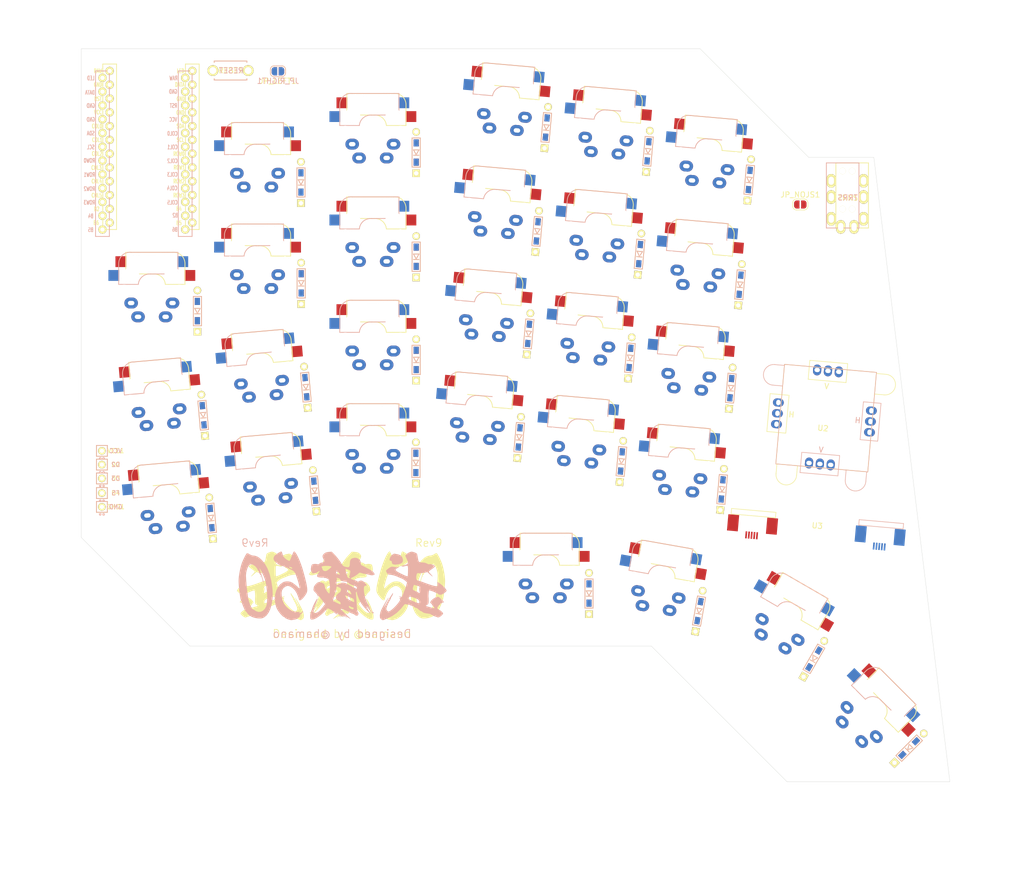
<source format=kicad_pcb>
(kicad_pcb (version 20171130) (host pcbnew 5.1.9)
  (title_block (title MUSASHI60) (rev 2) (company "HAMANO Tsukasa"))
  (layers (0 F.Cu signal) (31 B.Cu signal) (34 B.Paste user) (35 F.Paste user) (36 B.SilkS user) (37 F.SilkS user) (38 B.Mask user) (39 F.Mask user) (44 Edge.Cuts user))
  (net 0 "")
  (net 1 B1)
  (net 2 "Net-(D_A3-Pad2)")
  (net 3 "Net-(D_A4-Pad2)")
  (net 4 B3)
  (net 5 F6)
  (net 6 "Net-(D_B1-Pad2)")
  (net 7 "Net-(D_B2-Pad2)")
  (net 8 F7)
  (net 9 "Net-(D_B3-Pad2)")
  (net 10 "Net-(D_B4-Pad2)")
  (net 11 D1)
  (net 12 D0)
  (net 13 RST)
  (net 14 GND)
  (net 15 "Net-(U1-Pad24)")
  (net 16 VCC)
  (net 17 B2)
  (net 18 "Net-(D_B5-Pad2)")
  (net 19 "Net-(D_C1-Pad2)")
  (net 20 "Net-(D_C2-Pad2)")
  (net 21 "Net-(D_C4-Pad2)")
  (net 22 "Net-(D_C5-Pad2)")
  (net 23 D4)
  (net 24 "Net-(D_D1-Pad2)")
  (net 25 "Net-(D_D2-Pad2)")
  (net 26 "Net-(D_D3-Pad2)")
  (net 27 "Net-(D_D4-Pad2)")
  (net 28 "Net-(D_D5-Pad2)")
  (net 29 "Net-(D_E1-Pad2)")
  (net 30 "Net-(D_E2-Pad2)")
  (net 31 "Net-(D_E3-Pad2)")
  (net 32 "Net-(D_E4-Pad2)")
  (net 33 "Net-(D_F2-Pad2)")
  (net 34 "Net-(D_F3-Pad2)")
  (net 35 C6)
  (net 36 D7)
  (net 37 E6)
  (net 38 B4)
  (net 39 B5)
  (net 40 D2)
  (net 41 D3)
  (net 42 F4)
  (net 43 F5)
  (net 44 "Net-(J1-PadA)")
  (net 45 B6)
  (net 46 "Net-(D_A1-Pad2)")
  (net 47 "Net-(D_A2-Pad2)")
  (net 48 "Net-(D_C3-Pad2)")
  (net 49 "Net-(D_A5-Pad2)")
  (net 50 "Net-(D_F4-Pad2)")
  (module local:Joycon_Stick (layer F.Cu) (at 176.21 81.02 355)
    (fp_text reference U3 (at 0.1 19.9 355) (layer F.SilkS))
    (fp_text value joystick_s)
    (pad 5 smd rect (at 10.8 22.7 265) (size 1.3 0.3) (layers B.Cu B.Paste B.Mask) (net 42 F4) (clearance 0.1))
    (pad 1 smd rect (at 12.8 22.7 265) (size 1.3 0.3) (layers B.Cu B.Paste B.Mask) (net 16 VCC) (clearance 0.1))
    (pad "" smd rect (at 8.2 20.7 85) (size 3 2) (layers B.Cu B.Paste))
    (pad 3 smd rect (at 11.8 22.7 265) (size 1.3 0.3) (layers B.Cu B.Paste B.Mask) (net 39 B5) (clearance 0.1))
    (pad 2 smd rect (at 12.3 22.7 265) (size 1.3 0.3) (layers B.Cu B.Paste B.Mask) (net 43 F5) (clearance 0.1))
    (pad 4 smd rect (at 11.3 22.7 265) (size 1.3 0.3) (layers B.Cu B.Paste B.Mask) (net 14 GND) (clearance 0.1))
    (pad "" smd rect (at 15.4 20.7 85) (size 3 2) (layers B.Cu B.Paste))
    (pad "" smd rect (at -8.2 20.7 265) (size 3 2) (layers F.Cu F.Paste))
    (pad "" smd rect (at -15.4 20.7 265) (size 3 2) (layers F.Cu F.Paste))
    (pad 5 smd rect (at -10.8 22.7 265) (size 1.3 0.3) (layers F.Cu F.Paste F.Mask) (net 42 F4) (clearance 0.1))
    (pad 1 smd rect (at -12.8 22.7 265) (size 1.3 0.3) (layers F.Cu F.Paste F.Mask) (net 16 VCC) (clearance 0.1))
    (pad 2 smd rect (at -12.3 22.7 265) (size 1.3 0.3) (layers F.Cu F.Paste F.Mask) (net 43 F5) (clearance 0.1))
    (pad 3 smd rect (at -11.8 22.7 265) (size 1.3 0.3) (layers F.Cu F.Paste F.Mask) (net 39 B5) (clearance 0.1))
    (pad "" np_thru_hole circle (at -10.3 -7.1 175) (size 1.4 1.4) (drill 1.4) (layers *.Cu *.Mask))
    (pad "" np_thru_hole circle (at 6.4 11 175) (size 1.4 1.4) (drill 1.4) (layers *.Cu *.Mask))
    (pad 4 smd rect (at -11.3 22.7 265) (size 1.3 0.3) (layers F.Cu F.Paste F.Mask) (net 14 GND) (clearance 0.1))
    (pad "" np_thru_hole circle (at -6.4 11 355) (size 1.4 1.4) (drill 1.4) (layers *.Cu *.Mask))
    (pad "" np_thru_hole circle (at 10.3 -7.1 355) (size 1.4 1.4) (drill 1.4) (layers *.Cu *.Mask))
  )
  (module local:J08K (layer F.Cu) (at 175.8 80.89 355)
    (fp_text reference U2 (at 0 2 175) (layer F.SilkS))
    (fp_text value joystick)
    (fp_text user H (at 6.25 0 175) (layer B.SilkS))
    (fp_text user V (at 0 6 175) (layer B.SilkS))
    (fp_text user V (at 0 -5.750002 175) (layer F.SilkS))
    (fp_text user H (at -6 0 175) (layer F.SilkS))
    (pad "" np_thru_hole circle (at -6 6 355) (size 1.6 1.6) (drill 1.6) (layers *.Cu *.Mask))
    (pad "" np_thru_hole circle (at 6 -6 355) (size 1.6 1.6) (drill 1.6) (layers *.Cu *.Mask))
    (pad 2 thru_hole oval (at 8.6 -2 265) (size 1.5 2) (drill oval 1 0.8) (layers *.Cu *.Mask) (net 14 GND))
    (pad 1 thru_hole oval (at 8.6 2 265) (size 1.5 2) (drill oval 1 0.8) (layers *.Cu *.Mask) (net 16 VCC))
    (pad 3 thru_hole oval (at 8.6 0 265) (size 1.5 2) (drill oval 1 0.8) (layers *.Cu *.Mask) (net 42 F4))
    (pad 2 thru_hole oval (at -8.6 2 265) (size 1.5 2) (drill oval 1 0.8) (layers *.Cu *.Mask) (net 14 GND))
    (pad 1 thru_hole oval (at -8.6 -2 265) (size 1.5 2) (drill oval 1 0.8) (layers *.Cu *.Mask) (net 16 VCC))
    (pad 3 thru_hole oval (at -8.6 0 265) (size 1.5 2) (drill oval 1 0.8) (layers *.Cu *.Mask) (net 42 F4))
    (pad 2 thru_hole oval (at 2 8.6 355) (size 1.5 2) (drill oval 1 0.8) (layers *.Cu *.Mask) (net 14 GND))
    (pad 1 thru_hole oval (at -2 8.6 355) (size 1.5 2) (drill oval 1 0.8) (layers *.Cu *.Mask) (net 16 VCC))
    (pad 4 thru_hole oval (at 0 8.6 355) (size 1.5 2) (drill oval 1 0.8) (layers *.Cu *.Mask) (net 43 F5))
    (pad 2 thru_hole oval (at 2 -8.6 355) (size 1.5 2) (drill oval 1 0.8) (layers *.Cu *.Mask) (net 14 GND))
    (pad 1 thru_hole oval (at -2 -8.6 355) (size 1.5 2) (drill oval 1 0.8) (layers *.Cu *.Mask) (net 16 VCC))
    (pad 4 thru_hole oval (at 0 -8.6 355) (size 1.5 2) (drill oval 1 0.8) (layers *.Cu *.Mask) (net 43 F5))
  )
  (module local:CherryMX_Direct_Hotswap_Reversible (layer F.Cu) (at 184.555148 135.20425 315)
    (fp_text reference SW_A5 hide)
    (fp_text value SW_PUSH hide)
    (pad 2 thru_hole oval (at 2.54 5.08 135) (size 2.5 2) (drill oval 1.2 0.8) (layers *.Cu *.Mask) (net 49 "Net-(D_A5-Pad2)"))
    (pad 2 thru_hole oval (at 3.81 2.54 135) (size 2.5 2) (drill oval 1.2 0.8) (layers *.Cu *.Mask) (net 49 "Net-(D_A5-Pad2)"))
    (pad 1 thru_hole oval (at -2.54 5.08 135) (size 2.5 2) (drill oval 1.2 0.8) (layers *.Cu *.Mask) (net 11 D1))
    (pad 1 thru_hole oval (at -3.81 2.54 135) (size 2.5 2) (drill oval 1.2 0.8) (layers *.Cu *.Mask) (net 11 D1))
    (pad 1 smd rect (at -5.7 -5.08 135) (size 2 2) (layers F.Cu F.Paste F.Mask) (net 11 D1))
    (pad "" np_thru_hole circle (at 3.81 -2.54 135) (size 3 3) (drill 3) (layers *.Cu *.Mask) (clearance 0.25))
    (pad "" np_thru_hole circle (at -2.54 -5.08 135) (size 3 3) (drill 3) (layers *.Cu *.Mask) (clearance 0.25))
    (pad 2 smd rect (at 7 -2.54 135) (size 2 2) (layers F.Cu F.Paste F.Mask) (net 49 "Net-(D_A5-Pad2)"))
    (pad 1 smd rect (at -7 -2.54 135) (size 2 2) (layers B.Cu B.Paste B.Mask) (net 11 D1))
    (pad "" np_thru_hole circle (at 2.54 -5.08 135) (size 3 3) (drill 3) (layers *.Cu *.Mask) (clearance 0.25))
    (pad "" np_thru_hole circle (at 0 0 225) (size 3.988 3.988) (drill 3.988) (layers *.Cu *.Mask) (clearance 0.25))
    (pad "" np_thru_hole circle (at -5.08 0 135) (size 1.702 1.702) (drill 1.702) (layers *.Cu *.Mask) (clearance 0.25))
    (pad "" np_thru_hole circle (at 5.08 0 135) (size 1.702 1.702) (drill 1.702) (layers *.Cu *.Mask) (clearance 0.25))
    (pad "" np_thru_hole circle (at -3.81 -2.54 135) (size 3 3) (drill 3) (layers *.Cu *.Mask) (clearance 0.25))
    (pad 2 smd rect (at 5.7 -5.08 135) (size 2 2) (layers B.Cu B.Paste B.Mask) (net 49 "Net-(D_A5-Pad2)"))
  )
  (module local:musashi50-silk-256 (layer B.Cu) (at 87 111 180)
    (fp_text reference G_LOGO_B hide)
    (fp_text value LOGO hide)
  )
  (module local:musashi50-silk-256 (layer F.Cu) (at 87 111)
    (fp_text reference G_LOGO_F hide)
    (fp_text value LOGO hide)
  )
  (module local:CherryMX_Direct_Hotswap_Reversible (layer F.Cu) (at 117.16619 22.745391 355)
    (fp_text reference SW_C1 hide)
    (fp_text value SW_PUSH hide)
    (pad 2 thru_hole oval (at 2.54 5.08 175) (size 2.5 2) (drill oval 1.2 0.8) (layers *.Cu *.Mask) (net 19 "Net-(D_C1-Pad2)"))
    (pad 2 thru_hole oval (at 3.81 2.54 175) (size 2.5 2) (drill oval 1.2 0.8) (layers *.Cu *.Mask) (net 19 "Net-(D_C1-Pad2)"))
    (pad 1 thru_hole oval (at -2.54 5.08 175) (size 2.5 2) (drill oval 1.2 0.8) (layers *.Cu *.Mask) (net 23 D4))
    (pad 1 thru_hole oval (at -3.81 2.54 175) (size 2.5 2) (drill oval 1.2 0.8) (layers *.Cu *.Mask) (net 23 D4))
    (pad 1 smd rect (at -5.7 -5.08 175) (size 2 2) (layers F.Cu F.Paste F.Mask) (net 23 D4))
    (pad "" np_thru_hole circle (at 3.81 -2.54 175) (size 3 3) (drill 3) (layers *.Cu *.Mask) (clearance 0.25))
    (pad "" np_thru_hole circle (at -2.54 -5.08 175) (size 3 3) (drill 3) (layers *.Cu *.Mask) (clearance 0.25))
    (pad 2 smd rect (at 7 -2.54 175) (size 2 2) (layers F.Cu F.Paste F.Mask) (net 19 "Net-(D_C1-Pad2)"))
    (pad 1 smd rect (at -7 -2.54 175) (size 2 2) (layers B.Cu B.Paste B.Mask) (net 23 D4))
    (pad "" np_thru_hole circle (at 2.54 -5.08 175) (size 3 3) (drill 3) (layers *.Cu *.Mask) (clearance 0.25))
    (pad "" np_thru_hole circle (at 0 0 265) (size 3.988 3.988) (drill 3.988) (layers *.Cu *.Mask) (clearance 0.25))
    (pad "" np_thru_hole circle (at -5.08 0 175) (size 1.702 1.702) (drill 1.702) (layers *.Cu *.Mask) (clearance 0.25))
    (pad "" np_thru_hole circle (at 5.08 0 175) (size 1.702 1.702) (drill 1.702) (layers *.Cu *.Mask) (clearance 0.25))
    (pad "" np_thru_hole circle (at -3.81 -2.54 175) (size 3 3) (drill 3) (layers *.Cu *.Mask) (clearance 0.25))
    (pad 2 smd rect (at 5.7 -5.08 175) (size 2 2) (layers B.Cu B.Paste B.Mask) (net 19 "Net-(D_C1-Pad2)"))
  )
  (module local:CherryMX_Direct_Hotswap_Reversible (layer F.Cu) (at 92.716997 85.165647)
    (fp_text reference SW_D4 hide)
    (fp_text value SW_PUSH hide)
    (pad 2 thru_hole oval (at 2.54 5.08 180) (size 2.5 2) (drill oval 1.2 0.8) (layers *.Cu *.Mask) (net 27 "Net-(D_D4-Pad2)"))
    (pad 2 thru_hole oval (at 3.81 2.54 180) (size 2.5 2) (drill oval 1.2 0.8) (layers *.Cu *.Mask) (net 27 "Net-(D_D4-Pad2)"))
    (pad 1 thru_hole oval (at -2.54 5.08 180) (size 2.5 2) (drill oval 1.2 0.8) (layers *.Cu *.Mask) (net 35 C6))
    (pad 1 thru_hole oval (at -3.81 2.54 180) (size 2.5 2) (drill oval 1.2 0.8) (layers *.Cu *.Mask) (net 35 C6))
    (pad 1 smd rect (at -5.7 -5.08 180) (size 2 2) (layers F.Cu F.Paste F.Mask) (net 35 C6))
    (pad "" np_thru_hole circle (at 3.81 -2.54 180) (size 3 3) (drill 3) (layers *.Cu *.Mask) (clearance 0.25))
    (pad "" np_thru_hole circle (at -2.54 -5.08 180) (size 3 3) (drill 3) (layers *.Cu *.Mask) (clearance 0.25))
    (pad 2 smd rect (at 7 -2.54 180) (size 2 2) (layers F.Cu F.Paste F.Mask) (net 27 "Net-(D_D4-Pad2)"))
    (pad 1 smd rect (at -7 -2.54 180) (size 2 2) (layers B.Cu B.Paste B.Mask) (net 35 C6))
    (pad "" np_thru_hole circle (at 2.54 -5.08 180) (size 3 3) (drill 3) (layers *.Cu *.Mask) (clearance 0.25))
    (pad "" np_thru_hole circle (at 0 0 270) (size 3.988 3.988) (drill 3.988) (layers *.Cu *.Mask) (clearance 0.25))
    (pad "" np_thru_hole circle (at -5.08 0 180) (size 1.702 1.702) (drill 1.702) (layers *.Cu *.Mask) (clearance 0.25))
    (pad "" np_thru_hole circle (at 5.08 0 180) (size 1.702 1.702) (drill 1.702) (layers *.Cu *.Mask) (clearance 0.25))
    (pad "" np_thru_hole circle (at -3.81 -2.54 180) (size 3 3) (drill 3) (layers *.Cu *.Mask) (clearance 0.25))
    (pad 2 smd rect (at 5.7 -5.08 180) (size 2 2) (layers B.Cu B.Paste B.Mask) (net 27 "Net-(D_D4-Pad2)"))
  )
  (module local:CherryMX_Direct_Hotswap_Reversible (layer F.Cu) (at 92.716997 66.115567)
    (fp_text reference SW_D3 hide)
    (fp_text value SW_PUSH hide)
    (pad 2 thru_hole oval (at 2.54 5.08 180) (size 2.5 2) (drill oval 1.2 0.8) (layers *.Cu *.Mask) (net 26 "Net-(D_D3-Pad2)"))
    (pad 2 thru_hole oval (at 3.81 2.54 180) (size 2.5 2) (drill oval 1.2 0.8) (layers *.Cu *.Mask) (net 26 "Net-(D_D3-Pad2)"))
    (pad 1 thru_hole oval (at -2.54 5.08 180) (size 2.5 2) (drill oval 1.2 0.8) (layers *.Cu *.Mask) (net 35 C6))
    (pad 1 thru_hole oval (at -3.81 2.54 180) (size 2.5 2) (drill oval 1.2 0.8) (layers *.Cu *.Mask) (net 35 C6))
    (pad 1 smd rect (at -5.7 -5.08 180) (size 2 2) (layers F.Cu F.Paste F.Mask) (net 35 C6))
    (pad "" np_thru_hole circle (at 3.81 -2.54 180) (size 3 3) (drill 3) (layers *.Cu *.Mask) (clearance 0.25))
    (pad "" np_thru_hole circle (at -2.54 -5.08 180) (size 3 3) (drill 3) (layers *.Cu *.Mask) (clearance 0.25))
    (pad 2 smd rect (at 7 -2.54 180) (size 2 2) (layers F.Cu F.Paste F.Mask) (net 26 "Net-(D_D3-Pad2)"))
    (pad 1 smd rect (at -7 -2.54 180) (size 2 2) (layers B.Cu B.Paste B.Mask) (net 35 C6))
    (pad "" np_thru_hole circle (at 2.54 -5.08 180) (size 3 3) (drill 3) (layers *.Cu *.Mask) (clearance 0.25))
    (pad "" np_thru_hole circle (at 0 0 270) (size 3.988 3.988) (drill 3.988) (layers *.Cu *.Mask) (clearance 0.25))
    (pad "" np_thru_hole circle (at -5.08 0 180) (size 1.702 1.702) (drill 1.702) (layers *.Cu *.Mask) (clearance 0.25))
    (pad "" np_thru_hole circle (at 5.08 0 180) (size 1.702 1.702) (drill 1.702) (layers *.Cu *.Mask) (clearance 0.25))
    (pad "" np_thru_hole circle (at -3.81 -2.54 180) (size 3 3) (drill 3) (layers *.Cu *.Mask) (clearance 0.25))
    (pad 2 smd rect (at 5.7 -5.08 180) (size 2 2) (layers B.Cu B.Paste B.Mask) (net 26 "Net-(D_D3-Pad2)"))
  )
  (module local:CherryMX_Direct_Hotswap_Reversible (layer F.Cu) (at 92.716997 47.065486)
    (fp_text reference SW_D2 hide)
    (fp_text value SW_PUSH hide)
    (pad 2 thru_hole oval (at 2.54 5.08 180) (size 2.5 2) (drill oval 1.2 0.8) (layers *.Cu *.Mask) (net 25 "Net-(D_D2-Pad2)"))
    (pad 2 thru_hole oval (at 3.81 2.54 180) (size 2.5 2) (drill oval 1.2 0.8) (layers *.Cu *.Mask) (net 25 "Net-(D_D2-Pad2)"))
    (pad 1 thru_hole oval (at -2.54 5.08 180) (size 2.5 2) (drill oval 1.2 0.8) (layers *.Cu *.Mask) (net 35 C6))
    (pad 1 thru_hole oval (at -3.81 2.54 180) (size 2.5 2) (drill oval 1.2 0.8) (layers *.Cu *.Mask) (net 35 C6))
    (pad 1 smd rect (at -5.7 -5.08 180) (size 2 2) (layers F.Cu F.Paste F.Mask) (net 35 C6))
    (pad "" np_thru_hole circle (at 3.81 -2.54 180) (size 3 3) (drill 3) (layers *.Cu *.Mask) (clearance 0.25))
    (pad "" np_thru_hole circle (at -2.54 -5.08 180) (size 3 3) (drill 3) (layers *.Cu *.Mask) (clearance 0.25))
    (pad 2 smd rect (at 7 -2.54 180) (size 2 2) (layers F.Cu F.Paste F.Mask) (net 25 "Net-(D_D2-Pad2)"))
    (pad 1 smd rect (at -7 -2.54 180) (size 2 2) (layers B.Cu B.Paste B.Mask) (net 35 C6))
    (pad "" np_thru_hole circle (at 2.54 -5.08 180) (size 3 3) (drill 3) (layers *.Cu *.Mask) (clearance 0.25))
    (pad "" np_thru_hole circle (at 0 0 270) (size 3.988 3.988) (drill 3.988) (layers *.Cu *.Mask) (clearance 0.25))
    (pad "" np_thru_hole circle (at -5.08 0 180) (size 1.702 1.702) (drill 1.702) (layers *.Cu *.Mask) (clearance 0.25))
    (pad "" np_thru_hole circle (at 5.08 0 180) (size 1.702 1.702) (drill 1.702) (layers *.Cu *.Mask) (clearance 0.25))
    (pad "" np_thru_hole circle (at -3.81 -2.54 180) (size 3 3) (drill 3) (layers *.Cu *.Mask) (clearance 0.25))
    (pad 2 smd rect (at 5.7 -5.08 180) (size 2 2) (layers B.Cu B.Paste B.Mask) (net 25 "Net-(D_D2-Pad2)"))
  )
  (module local:CherryMX_Direct_Hotswap_Reversible (layer F.Cu) (at 92.716996 28.015407)
    (fp_text reference SW_D1 hide)
    (fp_text value SW_PUSH hide)
    (pad 2 thru_hole oval (at 2.54 5.08 180) (size 2.5 2) (drill oval 1.2 0.8) (layers *.Cu *.Mask) (net 24 "Net-(D_D1-Pad2)"))
    (pad 2 thru_hole oval (at 3.81 2.54 180) (size 2.5 2) (drill oval 1.2 0.8) (layers *.Cu *.Mask) (net 24 "Net-(D_D1-Pad2)"))
    (pad 1 thru_hole oval (at -2.54 5.08 180) (size 2.5 2) (drill oval 1.2 0.8) (layers *.Cu *.Mask) (net 35 C6))
    (pad 1 thru_hole oval (at -3.81 2.54 180) (size 2.5 2) (drill oval 1.2 0.8) (layers *.Cu *.Mask) (net 35 C6))
    (pad 1 smd rect (at -5.7 -5.08 180) (size 2 2) (layers F.Cu F.Paste F.Mask) (net 35 C6))
    (pad "" np_thru_hole circle (at 3.81 -2.54 180) (size 3 3) (drill 3) (layers *.Cu *.Mask) (clearance 0.25))
    (pad "" np_thru_hole circle (at -2.54 -5.08 180) (size 3 3) (drill 3) (layers *.Cu *.Mask) (clearance 0.25))
    (pad 2 smd rect (at 7 -2.54 180) (size 2 2) (layers F.Cu F.Paste F.Mask) (net 24 "Net-(D_D1-Pad2)"))
    (pad 1 smd rect (at -7 -2.54 180) (size 2 2) (layers B.Cu B.Paste B.Mask) (net 35 C6))
    (pad "" np_thru_hole circle (at 2.54 -5.08 180) (size 3 3) (drill 3) (layers *.Cu *.Mask) (clearance 0.25))
    (pad "" np_thru_hole circle (at 0 0 270) (size 3.988 3.988) (drill 3.988) (layers *.Cu *.Mask) (clearance 0.25))
    (pad "" np_thru_hole circle (at -5.08 0 180) (size 1.702 1.702) (drill 1.702) (layers *.Cu *.Mask) (clearance 0.25))
    (pad "" np_thru_hole circle (at 5.08 0 180) (size 1.702 1.702) (drill 1.702) (layers *.Cu *.Mask) (clearance 0.25))
    (pad "" np_thru_hole circle (at -3.81 -2.54 180) (size 3 3) (drill 3) (layers *.Cu *.Mask) (clearance 0.25))
    (pad 2 smd rect (at 5.7 -5.08 180) (size 2 2) (layers B.Cu B.Paste B.Mask) (net 24 "Net-(D_D1-Pad2)"))
  )
  (module foostan:MJ-4PP-9 (layer F.Cu) (at 181 34)
    (fp_text reference J1)
    (fp_text value MJ-4PP-9 hide)
    (fp_text user TRRS (at -0.75 6.45) (layer F.SilkS))
    (fp_text user TRRS (at -0.8255 6.4135) (layer B.SilkS) (effects (justify mirror)))
    (pad A thru_hole oval (at -2.1 11.8) (size 1.7 2.5) (drill oval 1 1.5) (layers *.Cu *.Mask F.SilkS) (net 44 "Net-(J1-PadA)") (clearance 0.15))
    (pad D thru_hole oval (at 2.1 10.3) (size 1.7 2.5) (drill oval 1 1.5) (layers *.Cu *.Mask F.SilkS) (net 16 VCC) (clearance 0.15))
    (pad C thru_hole oval (at 2.1 6.3) (size 1.7 2.5) (drill oval 1 1.5) (layers *.Cu *.Mask F.SilkS) (net 14 GND))
    (pad B thru_hole oval (at 2.1 3.3) (size 1.7 2.5) (drill oval 1 1.5) (layers *.Cu *.Mask F.SilkS) (net 40 D2))
    (pad "" np_thru_hole circle (at 0 8.5) (size 1.2 1.2) (drill 1.2) (layers *.Cu *.Mask F.SilkS))
    (pad "" np_thru_hole circle (at 0 1.5) (size 1.2 1.2) (drill 1.2) (layers *.Cu *.Mask F.SilkS))
    (pad C thru_hole oval (at -3.85 6.3) (size 1.7 2.5) (drill oval 1 1.5) (layers *.Cu *.Mask F.SilkS) (net 14 GND))
    (pad B thru_hole oval (at -3.85 3.3) (size 1.7 2.5) (drill oval 1 1.5) (layers *.Cu *.Mask F.SilkS) (net 40 D2))
    (pad A thru_hole oval (at 0.35 11.8) (size 1.7 2.5) (drill oval 1 1.5) (layers *.Cu *.Mask F.SilkS) (net 44 "Net-(J1-PadA)") (clearance 0.15))
    (pad D thru_hole oval (at -3.85 10.3) (size 1.7 2.5) (drill oval 1 1.5) (layers *.Cu *.Mask F.SilkS) (net 16 VCC) (clearance 0.15))
    (pad "" np_thru_hole circle (at -1.75 1.5) (size 1.2 1.2) (drill 1.2) (layers *.Cu *.Mask F.SilkS))
    (pad "" np_thru_hole circle (at -1.75 8.5) (size 1.2 1.2) (drill 1.2) (layers *.Cu *.Mask F.SilkS))
  )
  (module foostan:D3_TH_SMD (layer F.Cu) (at 143.397652 31.874631 85)
    (fp_text reference D_B1 hide)
    (fp_text value D hide)
    (pad 2 smd rect (at 1.775 0 85) (size 1.3 0.95) (layers F.Cu F.Paste F.Mask) (net 6 "Net-(D_B1-Pad2)"))
    (pad 2 thru_hole circle (at 3.81 0 85) (size 1.397 1.397) (drill 0.8128) (layers *.Cu *.Mask F.SilkS) (net 6 "Net-(D_B1-Pad2)"))
    (pad 1 thru_hole rect (at -3.81 0 85) (size 1.397 1.397) (drill 0.8128) (layers *.Cu *.Mask F.SilkS) (net 5 F6))
    (pad 1 smd rect (at -1.775 0 85) (size 1.3 0.95) (layers B.Cu B.Paste B.Mask) (net 5 F6))
    (pad 2 smd rect (at 1.775 0 85) (size 1.3 0.95) (layers B.Cu B.Paste B.Mask) (net 6 "Net-(D_B1-Pad2)"))
    (pad 1 smd rect (at -1.775 0 85) (size 1.3 0.95) (layers F.Cu F.Paste F.Mask) (net 5 F6))
  )
  (module foostan:D3_TH_SMD (layer F.Cu) (at 162.05 37.15 85)
    (fp_text reference D_A1 hide)
    (fp_text value D hide)
    (pad 2 smd rect (at 1.775 0 85) (size 1.3 0.95) (layers F.Cu F.Paste F.Mask) (net 46 "Net-(D_A1-Pad2)"))
    (pad 2 thru_hole circle (at 3.81 0 85) (size 1.397 1.397) (drill 0.8128) (layers *.Cu *.Mask F.SilkS) (net 46 "Net-(D_A1-Pad2)"))
    (pad 1 thru_hole rect (at -3.81 0 85) (size 1.397 1.397) (drill 0.8128) (layers *.Cu *.Mask F.SilkS) (net 5 F6))
    (pad 1 smd rect (at -1.775 0 85) (size 1.3 0.95) (layers B.Cu B.Paste B.Mask) (net 5 F6))
    (pad 2 smd rect (at 1.775 0 85) (size 1.3 0.95) (layers B.Cu B.Paste B.Mask) (net 46 "Net-(D_A1-Pad2)"))
    (pad 1 smd rect (at -1.775 0 85) (size 1.3 0.95) (layers F.Cu F.Paste F.Mask) (net 5 F6))
  )
  (module foostan:D3_TH_SMD (layer F.Cu) (at 160.35 56.45 85)
    (fp_text reference D_A2 hide)
    (fp_text value D hide)
    (pad 2 smd rect (at 1.775 0 85) (size 1.3 0.95) (layers F.Cu F.Paste F.Mask) (net 47 "Net-(D_A2-Pad2)"))
    (pad 2 thru_hole circle (at 3.81 0 85) (size 1.397 1.397) (drill 0.8128) (layers *.Cu *.Mask F.SilkS) (net 47 "Net-(D_A2-Pad2)"))
    (pad 1 thru_hole rect (at -3.81 0 85) (size 1.397 1.397) (drill 0.8128) (layers *.Cu *.Mask F.SilkS) (net 8 F7))
    (pad 1 smd rect (at -1.775 0 85) (size 1.3 0.95) (layers B.Cu B.Paste B.Mask) (net 8 F7))
    (pad 2 smd rect (at 1.775 0 85) (size 1.3 0.95) (layers B.Cu B.Paste B.Mask) (net 47 "Net-(D_A2-Pad2)"))
    (pad 1 smd rect (at -1.775 0 85) (size 1.3 0.95) (layers F.Cu F.Paste F.Mask) (net 8 F7))
  )
  (module foostan:D3_TH_SMD (layer F.Cu) (at 158.65 75.5 85)
    (fp_text reference D_A3 hide)
    (fp_text value D hide)
    (pad 2 smd rect (at 1.775 0 85) (size 1.3 0.95) (layers F.Cu F.Paste F.Mask) (net 2 "Net-(D_A3-Pad2)"))
    (pad 2 thru_hole circle (at 3.81 0 85) (size 1.397 1.397) (drill 0.8128) (layers *.Cu *.Mask F.SilkS) (net 2 "Net-(D_A3-Pad2)"))
    (pad 1 thru_hole rect (at -3.81 0 85) (size 1.397 1.397) (drill 0.8128) (layers *.Cu *.Mask F.SilkS) (net 1 B1))
    (pad 1 smd rect (at -1.775 0 85) (size 1.3 0.95) (layers B.Cu B.Paste B.Mask) (net 1 B1))
    (pad 2 smd rect (at 1.775 0 85) (size 1.3 0.95) (layers B.Cu B.Paste B.Mask) (net 2 "Net-(D_A3-Pad2)"))
    (pad 1 smd rect (at -1.775 0 85) (size 1.3 0.95) (layers F.Cu F.Paste F.Mask) (net 1 B1))
  )
  (module foostan:D3_TH_SMD (layer F.Cu) (at 157.05 94.15 85)
    (fp_text reference D_A4 hide)
    (fp_text value D hide)
    (pad 2 smd rect (at 1.775 0 85) (size 1.3 0.95) (layers F.Cu F.Paste F.Mask) (net 3 "Net-(D_A4-Pad2)"))
    (pad 2 thru_hole circle (at 3.81 0 85) (size 1.397 1.397) (drill 0.8128) (layers *.Cu *.Mask F.SilkS) (net 3 "Net-(D_A4-Pad2)"))
    (pad 1 thru_hole rect (at -3.81 0 85) (size 1.397 1.397) (drill 0.8128) (layers *.Cu *.Mask F.SilkS) (net 4 B3))
    (pad 1 smd rect (at -1.775 0 85) (size 1.3 0.95) (layers B.Cu B.Paste B.Mask) (net 4 B3))
    (pad 2 smd rect (at 1.775 0 85) (size 1.3 0.95) (layers B.Cu B.Paste B.Mask) (net 3 "Net-(D_A4-Pad2)"))
    (pad 1 smd rect (at -1.775 0 85) (size 1.3 0.95) (layers F.Cu F.Paste F.Mask) (net 4 B3))
  )
  (module foostan:ResetSW (layer F.Cu) (at 66.5 17)
    (fp_text reference SW_RST1 hide)
    (fp_text value SW_PUSH)
    (fp_text user RESET (at 0 0) (layer F.SilkS))
    (fp_text user RESET (at 0.127 0) (layer B.SilkS) (effects (justify mirror)))
    (pad 2 thru_hole circle (at -3.25 0) (size 2 2) (drill 1.3) (layers *.Cu *.Mask F.SilkS) (net 13 RST))
    (pad 1 thru_hole circle (at 3.25 0) (size 2 2) (drill 1.3) (layers *.Cu *.Mask F.SilkS) (net 14 GND))
  )
  (module foostan:ProMicro_v2 (layer F.Cu) (at 51.8 31.55)
    (fp_text reference U1 hide)
    (fp_text value ProMicro_r hide)
    (fp_text user "" (at -0.5 -17.25) (layer F.SilkS))
    (fp_text user "" (at -1.2065 -16.256) (layer B.SilkS) (effects (justify mirror)))
    (fp_text user RAW (at -9.7155 -14.478) (layer F.SilkS) (effects (font (size 0.75 0.5) (thickness 0.125))))
    (fp_text user LED (at 5.5 -14.478) (layer F.SilkS) (effects (font (size 0.75 0.5) (thickness 0.125))))
    (fp_text user GND (at -9.7155 -11.938) (layer F.SilkS) (effects (font (size 0.75 0.5) (thickness 0.125))))
    (fp_text user DATA (at 5.35 -11.95) (layer F.SilkS) (effects (font (size 0.75 0.5) (thickness 0.125))))
    (fp_text user RST (at -9.7155 -9.3345) (layer F.SilkS) (effects (font (size 0.75 0.5) (thickness 0.125))))
    (fp_text user GND (at 5.5245 -9.3345) (layer F.SilkS) (effects (font (size 0.75 0.5) (thickness 0.125))))
    (fp_text user VCC (at -9.7155 -6.858) (layer F.SilkS) (effects (font (size 0.75 0.5) (thickness 0.125))))
    (fp_text user GND (at 5.461 -6.7945) (layer F.SilkS) (effects (font (size 0.75 0.5) (thickness 0.125))))
    (fp_text user COL3 (at -10 3.35) (layer F.SilkS) (effects (font (size 0.75 0.5) (thickness 0.125))))
    (fp_text user ROW0 (at 5.2 0.8) (layer F.SilkS) (effects (font (size 0.75 0.5) (thickness 0.125))))
    (fp_text user COL2 (at -9.9 0.762) (layer F.SilkS) (effects (font (size 0.75 0.5) (thickness 0.125))))
    (fp_text user SCL (at 5.461 -1.778) (layer F.SilkS) (effects (font (size 0.75 0.5) (thickness 0.125))))
    (fp_text user COL1 (at -9.85 -1.778) (layer F.SilkS) (effects (font (size 0.75 0.5) (thickness 0.125))))
    (fp_text user SDA (at 5.461 -4.318) (layer F.SilkS) (effects (font (size 0.75 0.5) (thickness 0.125))))
    (fp_text user COL0 (at -9.9 -4.3) (layer F.SilkS) (effects (font (size 0.75 0.5) (thickness 0.125))))
    (fp_text user B6 (at -10.05 13.5) (layer F.SilkS) (effects (font (size 0.75 0.5) (thickness 0.125))))
    (fp_text user B5 (at 5.2 13.5255) (layer F.SilkS) (effects (font (size 0.75 0.5) (thickness 0.125))))
    (fp_text user B4 (at 5.2 10.922) (layer F.SilkS) (effects (font (size 0.75 0.5) (thickness 0.125))))
    (fp_text user B2 (at -9.95 10.95) (layer F.SilkS) (effects (font (size 0.75 0.5) (thickness 0.125))))
    (fp_text user ROW3 (at 5.2 8.4455) (layer F.SilkS) (effects (font (size 0.75 0.5) (thickness 0.125))))
    (fp_text user COL5 (at -9.95 8.4455) (layer F.SilkS) (effects (font (size 0.75 0.5) (thickness 0.125))))
    (fp_text user ROW2 (at 5.2 5.85) (layer F.SilkS) (effects (font (size 0.75 0.5) (thickness 0.125))))
    (fp_text user COL4 (at -9.95 5.85) (layer F.SilkS) (effects (font (size 0.75 0.5) (thickness 0.125))))
    (fp_text user ROW1 (at 5.25 3.302) (layer F.SilkS) (effects (font (size 0.75 0.5) (thickness 0.125))))
    (fp_text user ROW1 (at -11.3 4.6355) (layer B.SilkS) (effects (font (size 0.75 0.5) (thickness 0.125)) (justify mirror)))
    (fp_text user COL4 (at 3.95 7.112) (layer B.SilkS) (effects (font (size 0.75 0.5) (thickness 0.125)) (justify mirror)))
    (fp_text user ROW2 (at -11.3 7.239) (layer B.SilkS) (effects (font (size 0.75 0.5) (thickness 0.125)) (justify mirror)))
    (fp_text user COL5 (at 4 9.75) (layer B.SilkS) (effects (font (size 0.75 0.5) (thickness 0.125)) (justify mirror)))
    (fp_text user ROW3 (at -11.3 9.75) (layer B.SilkS) (effects (font (size 0.75 0.5) (thickness 0.125)) (justify mirror)))
    (fp_text user B2 (at 4.5085 12.1285) (layer B.SilkS) (effects (font (size 0.75 0.5) (thickness 0.125)) (justify mirror)))
    (fp_text user B4 (at -11.049 12.2555) (layer B.SilkS) (effects (font (size 0.75 0.5) (thickness 0.125)) (justify mirror)))
    (fp_text user B5 (at -11.049 14.7955) (layer B.SilkS) (effects (font (size 0.75 0.5) (thickness 0.125)) (justify mirror)))
    (fp_text user B6 (at 4.445 14.732) (layer B.SilkS) (effects (font (size 0.75 0.5) (thickness 0.125)) (justify mirror)))
    (fp_text user COL0 (at 4 -2.95) (layer B.SilkS) (effects (font (size 0.75 0.5) (thickness 0.125)) (justify mirror)))
    (fp_text user SDA (at -11.049 -2.9845) (layer B.SilkS) (effects (font (size 0.75 0.5) (thickness 0.125)) (justify mirror)))
    (fp_text user COL1 (at 4 -0.4445) (layer B.SilkS) (effects (font (size 0.75 0.5) (thickness 0.125)) (justify mirror)))
    (fp_text user SCL (at -11.049 -0.4445) (layer B.SilkS) (effects (font (size 0.75 0.5) (thickness 0.125)) (justify mirror)))
    (fp_text user COL2 (at 4 2.1) (layer B.SilkS) (effects (font (size 0.75 0.5) (thickness 0.125)) (justify mirror)))
    (fp_text user ROW0 (at -11.3 2.032) (layer B.SilkS) (effects (font (size 0.75 0.5) (thickness 0.125)) (justify mirror)))
    (fp_text user COL3 (at 4 4.6) (layer B.SilkS) (effects (font (size 0.75 0.5) (thickness 0.125)) (justify mirror)))
    (fp_text user GND (at -11.049 -5.5245) (layer B.SilkS) (effects (font (size 0.75 0.5) (thickness 0.125)) (justify mirror)))
    (fp_text user VCC (at 4.1275 -5.5245) (layer B.SilkS) (effects (font (size 0.75 0.5) (thickness 0.125)) (justify mirror)))
    (fp_text user GND (at -11.049 -8.0645) (layer B.SilkS) (effects (font (size 0.75 0.5) (thickness 0.125)) (justify mirror)))
    (fp_text user RST (at 4.191 -8.0645) (layer B.SilkS) (effects (font (size 0.75 0.5) (thickness 0.125)) (justify mirror)))
    (fp_text user DATA (at -11.2 -10.5) (layer B.SilkS) (effects (font (size 0.75 0.5) (thickness 0.125)) (justify mirror)))
    (fp_text user GND (at 4.1275 -10.668) (layer B.SilkS) (effects (font (size 0.75 0.5) (thickness 0.125)) (justify mirror)))
    (fp_text user LED (at -11.049 -13.1445) (layer B.SilkS) (effects (font (size 0.75 0.5) (thickness 0.125)) (justify mirror)))
    (fp_text user RAW (at 4.191 -13.1445) (layer B.SilkS) (effects (font (size 0.75 0.5) (thickness 0.125)) (justify mirror)))
    (pad 24 thru_hole circle (at 6.35 -13.208) (size 1.524 1.524) (drill 0.8128) (layers *.Cu *.Mask F.SilkS) (net 15 "Net-(U1-Pad24)"))
    (pad 23 thru_hole circle (at 6.35 -10.668) (size 1.524 1.524) (drill 0.8128) (layers *.Cu *.Mask F.SilkS) (net 14 GND))
    (pad 22 thru_hole circle (at 6.35 -8.128) (size 1.524 1.524) (drill 0.8128) (layers *.Cu *.Mask F.SilkS) (net 13 RST))
    (pad 21 thru_hole circle (at 6.35 -5.588) (size 1.524 1.524) (drill 0.8128) (layers *.Cu *.Mask F.SilkS) (net 16 VCC))
    (pad 20 thru_hole circle (at 6.35 -3.048) (size 1.524 1.524) (drill 0.8128) (layers *.Cu *.Mask F.SilkS) (net 42 F4))
    (pad 19 thru_hole circle (at 6.35 -0.508) (size 1.524 1.524) (drill 0.8128) (layers *.Cu *.Mask F.SilkS) (net 43 F5))
    (pad 18 thru_hole circle (at 6.35 2.032) (size 1.524 1.524) (drill 0.8128) (layers *.Cu *.Mask F.SilkS) (net 5 F6))
    (pad 17 thru_hole circle (at 6.35 4.572) (size 1.524 1.524) (drill 0.8128) (layers *.Cu *.Mask F.SilkS) (net 8 F7))
    (pad 16 thru_hole circle (at 6.35 7.112) (size 1.524 1.524) (drill 0.8128) (layers *.Cu *.Mask F.SilkS) (net 1 B1))
    (pad 15 thru_hole circle (at 6.35 9.652) (size 1.524 1.524) (drill 0.8128) (layers *.Cu *.Mask F.SilkS) (net 4 B3))
    (pad 14 thru_hole circle (at 6.35 12.192) (size 1.524 1.524) (drill 0.8128) (layers *.Cu *.Mask F.SilkS) (net 17 B2))
    (pad 13 thru_hole circle (at 6.35 14.732) (size 1.524 1.524) (drill 0.8128) (layers *.Cu *.Mask F.SilkS) (net 45 B6))
    (pad 12 thru_hole circle (at -8.89 14.732) (size 1.524 1.524) (drill 0.8128) (layers *.Cu *.Mask F.SilkS) (net 39 B5))
    (pad 11 thru_hole circle (at -8.89 12.192) (size 1.524 1.524) (drill 0.8128) (layers *.Cu *.Mask F.SilkS) (net 38 B4))
    (pad 10 thru_hole circle (at -8.89 9.652) (size 1.524 1.524) (drill 0.8128) (layers *.Cu *.Mask F.SilkS) (net 37 E6))
    (pad 9 thru_hole circle (at -8.89 7.112) (size 1.524 1.524) (drill 0.8128) (layers *.Cu *.Mask F.SilkS) (net 36 D7))
    (pad 8 thru_hole circle (at -8.89 4.572) (size 1.524 1.524) (drill 0.8128) (layers *.Cu *.Mask F.SilkS) (net 35 C6))
    (pad 7 thru_hole circle (at -8.89 2.032) (size 1.524 1.524) (drill 0.8128) (layers *.Cu *.Mask F.SilkS) (net 23 D4))
    (pad 6 thru_hole circle (at -8.89 -0.508) (size 1.524 1.524) (drill 0.8128) (layers *.Cu *.Mask F.SilkS) (net 12 D0))
    (pad 5 thru_hole circle (at -8.89 -3.048) (size 1.524 1.524) (drill 0.8128) (layers *.Cu *.Mask F.SilkS) (net 11 D1))
    (pad 4 thru_hole circle (at -8.89 -5.588) (size 1.524 1.524) (drill 0.8128) (layers *.Cu *.Mask F.SilkS) (net 14 GND))
    (pad 3 thru_hole circle (at -8.89 -8.128) (size 1.524 1.524) (drill 0.8128) (layers *.Cu *.Mask F.SilkS) (net 14 GND))
    (pad 2 thru_hole circle (at -8.89 -10.668) (size 1.524 1.524) (drill 0.8128) (layers *.Cu *.Mask F.SilkS) (net 40 D2))
    (pad 1 thru_hole circle (at -8.89 -13.208) (size 1.524 1.524) (drill 0.8128) (layers *.Cu *.Mask F.SilkS) (net 41 D3))
    (pad 1 thru_hole circle (at 7.6564 -14.478) (size 1.524 1.524) (drill 0.8128) (layers *.Cu *.Mask F.SilkS) (net 41 D3))
    (pad 2 thru_hole circle (at 7.6564 -11.938) (size 1.524 1.524) (drill 0.8128) (layers *.Cu *.Mask F.SilkS) (net 40 D2))
    (pad 3 thru_hole circle (at 7.6564 -9.398) (size 1.524 1.524) (drill 0.8128) (layers *.Cu *.Mask F.SilkS) (net 14 GND))
    (pad 4 thru_hole circle (at 7.6564 -6.858) (size 1.524 1.524) (drill 0.8128) (layers *.Cu *.Mask F.SilkS) (net 14 GND))
    (pad 5 thru_hole circle (at 7.6564 -4.318) (size 1.524 1.524) (drill 0.8128) (layers *.Cu *.Mask F.SilkS) (net 11 D1))
    (pad 6 thru_hole circle (at 7.6564 -1.778) (size 1.524 1.524) (drill 0.8128) (layers *.Cu *.Mask F.SilkS) (net 12 D0))
    (pad 7 thru_hole circle (at 7.6564 0.762) (size 1.524 1.524) (drill 0.8128) (layers *.Cu *.Mask F.SilkS) (net 23 D4))
    (pad 8 thru_hole circle (at 7.6564 3.302) (size 1.524 1.524) (drill 0.8128) (layers *.Cu *.Mask F.SilkS) (net 35 C6))
    (pad 9 thru_hole circle (at 7.6564 5.842) (size 1.524 1.524) (drill 0.8128) (layers *.Cu *.Mask F.SilkS) (net 36 D7))
    (pad 10 thru_hole circle (at 7.6564 8.382) (size 1.524 1.524) (drill 0.8128) (layers *.Cu *.Mask F.SilkS) (net 37 E6))
    (pad 11 thru_hole circle (at 7.6564 10.922) (size 1.524 1.524) (drill 0.8128) (layers *.Cu *.Mask F.SilkS) (net 38 B4))
    (pad 12 thru_hole circle (at 7.6564 13.462) (size 1.524 1.524) (drill 0.8128) (layers *.Cu *.Mask F.SilkS) (net 39 B5))
    (pad 13 thru_hole circle (at -7.5636 13.462) (size 1.524 1.524) (drill 0.8128) (layers *.Cu *.Mask F.SilkS) (net 45 B6))
    (pad 14 thru_hole circle (at -7.5636 10.922) (size 1.524 1.524) (drill 0.8128) (layers *.Cu *.Mask F.SilkS) (net 17 B2))
    (pad 15 thru_hole circle (at -7.5636 8.382) (size 1.524 1.524) (drill 0.8128) (layers *.Cu *.Mask F.SilkS) (net 4 B3))
    (pad 16 thru_hole circle (at -7.5636 5.842) (size 1.524 1.524) (drill 0.8128) (layers *.Cu *.Mask F.SilkS) (net 1 B1))
    (pad 17 thru_hole circle (at -7.5636 3.302) (size 1.524 1.524) (drill 0.8128) (layers *.Cu *.Mask F.SilkS) (net 8 F7))
    (pad 18 thru_hole circle (at -7.5636 0.762) (size 1.524 1.524) (drill 0.8128) (layers *.Cu *.Mask F.SilkS) (net 5 F6))
    (pad 19 thru_hole circle (at -7.5636 -1.778) (size 1.524 1.524) (drill 0.8128) (layers *.Cu *.Mask F.SilkS) (net 43 F5))
    (pad 20 thru_hole circle (at -7.5636 -4.318) (size 1.524 1.524) (drill 0.8128) (layers *.Cu *.Mask F.SilkS) (net 42 F4))
    (pad 21 thru_hole circle (at -7.5636 -6.858) (size 1.524 1.524) (drill 0.8128) (layers *.Cu *.Mask F.SilkS) (net 16 VCC))
    (pad 22 thru_hole circle (at -7.5636 -9.398) (size 1.524 1.524) (drill 0.8128) (layers *.Cu *.Mask F.SilkS) (net 13 RST))
    (pad 23 thru_hole circle (at -7.5636 -11.938) (size 1.524 1.524) (drill 0.8128) (layers *.Cu *.Mask F.SilkS) (net 14 GND))
    (pad 24 thru_hole circle (at -7.5636 -14.478) (size 1.524 1.524) (drill 0.8128) (layers *.Cu *.Mask F.SilkS) (net 15 "Net-(U1-Pad24)"))
  )
  (module foostan:D3_TH_SMD (layer F.Cu) (at 191.5 141.8 45)
    (fp_text reference D_A5 hide)
    (fp_text value D hide)
    (pad 2 smd rect (at 1.775 0 45) (size 1.3 0.95) (layers F.Cu F.Paste F.Mask) (net 49 "Net-(D_A5-Pad2)"))
    (pad 2 thru_hole circle (at 3.81 0 45) (size 1.397 1.397) (drill 0.8128) (layers *.Cu *.Mask F.SilkS) (net 49 "Net-(D_A5-Pad2)"))
    (pad 1 thru_hole rect (at -3.81 0 45) (size 1.397 1.397) (drill 0.8128) (layers *.Cu *.Mask F.SilkS) (net 17 B2))
    (pad 1 smd rect (at -1.775 0 45) (size 1.3 0.95) (layers B.Cu B.Paste B.Mask) (net 17 B2))
    (pad 2 smd rect (at 1.775 0 45) (size 1.3 0.95) (layers B.Cu B.Paste B.Mask) (net 49 "Net-(D_A5-Pad2)"))
    (pad 1 smd rect (at -1.775 0 45) (size 1.3 0.95) (layers F.Cu F.Paste F.Mask) (net 17 B2))
  )
  (module foostan:D3_TH_SMD (layer F.Cu) (at 173.955763 125.362723 60)
    (fp_text reference D_B5 hide)
    (fp_text value D hide)
    (pad 2 smd rect (at 1.775 0 60) (size 1.3 0.95) (layers F.Cu F.Paste F.Mask) (net 18 "Net-(D_B5-Pad2)"))
    (pad 2 thru_hole circle (at 3.81 0 60) (size 1.397 1.397) (drill 0.8128) (layers *.Cu *.Mask F.SilkS) (net 18 "Net-(D_B5-Pad2)"))
    (pad 1 thru_hole rect (at -3.81 0 60) (size 1.397 1.397) (drill 0.8128) (layers *.Cu *.Mask F.SilkS) (net 17 B2))
    (pad 1 smd rect (at -1.775 0 60) (size 1.3 0.95) (layers B.Cu B.Paste B.Mask) (net 17 B2))
    (pad 2 smd rect (at 1.775 0 60) (size 1.3 0.95) (layers B.Cu B.Paste B.Mask) (net 18 "Net-(D_B5-Pad2)"))
    (pad 1 smd rect (at -1.775 0 60) (size 1.3 0.95) (layers F.Cu F.Paste F.Mask) (net 17 B2))
  )
  (module foostan:D3_TH_SMD (layer F.Cu) (at 141.841312 50.811046 85)
    (fp_text reference D_B2 hide)
    (fp_text value D hide)
    (pad 2 smd rect (at 1.775 0 85) (size 1.3 0.95) (layers F.Cu F.Paste F.Mask) (net 7 "Net-(D_B2-Pad2)"))
    (pad 2 thru_hole circle (at 3.81 0 85) (size 1.397 1.397) (drill 0.8128) (layers *.Cu *.Mask F.SilkS) (net 7 "Net-(D_B2-Pad2)"))
    (pad 1 thru_hole rect (at -3.81 0 85) (size 1.397 1.397) (drill 0.8128) (layers *.Cu *.Mask F.SilkS) (net 8 F7))
    (pad 1 smd rect (at -1.775 0 85) (size 1.3 0.95) (layers B.Cu B.Paste B.Mask) (net 8 F7))
    (pad 2 smd rect (at 1.775 0 85) (size 1.3 0.95) (layers B.Cu B.Paste B.Mask) (net 7 "Net-(D_B2-Pad2)"))
    (pad 1 smd rect (at -1.775 0 85) (size 1.3 0.95) (layers F.Cu F.Paste F.Mask) (net 8 F7))
  )
  (module foostan:D3_TH_SMD (layer F.Cu) (at 140.068303 69.929269 85)
    (fp_text reference D_B3 hide)
    (fp_text value D hide)
    (pad 2 smd rect (at 1.775 0 85) (size 1.3 0.95) (layers F.Cu F.Paste F.Mask) (net 9 "Net-(D_B3-Pad2)"))
    (pad 2 thru_hole circle (at 3.81 0 85) (size 1.397 1.397) (drill 0.8128) (layers *.Cu *.Mask F.SilkS) (net 9 "Net-(D_B3-Pad2)"))
    (pad 1 thru_hole rect (at -3.81 0 85) (size 1.397 1.397) (drill 0.8128) (layers *.Cu *.Mask F.SilkS) (net 1 B1))
    (pad 1 smd rect (at -1.775 0 85) (size 1.3 0.95) (layers B.Cu B.Paste B.Mask) (net 1 B1))
    (pad 2 smd rect (at 1.775 0 85) (size 1.3 0.95) (layers B.Cu B.Paste B.Mask) (net 9 "Net-(D_B3-Pad2)"))
    (pad 1 smd rect (at -1.775 0 85) (size 1.3 0.95) (layers F.Cu F.Paste F.Mask) (net 1 B1))
  )
  (module foostan:D3_TH_SMD (layer F.Cu) (at 138.5 89 85)
    (fp_text reference D_B4 hide)
    (fp_text value D hide)
    (pad 2 smd rect (at 1.775 0 85) (size 1.3 0.95) (layers F.Cu F.Paste F.Mask) (net 10 "Net-(D_B4-Pad2)"))
    (pad 2 thru_hole circle (at 3.81 0 85) (size 1.397 1.397) (drill 0.8128) (layers *.Cu *.Mask F.SilkS) (net 10 "Net-(D_B4-Pad2)"))
    (pad 1 thru_hole rect (at -3.81 0 85) (size 1.397 1.397) (drill 0.8128) (layers *.Cu *.Mask F.SilkS) (net 4 B3))
    (pad 1 smd rect (at -1.775 0 85) (size 1.3 0.95) (layers B.Cu B.Paste B.Mask) (net 4 B3))
    (pad 2 smd rect (at 1.775 0 85) (size 1.3 0.95) (layers B.Cu B.Paste B.Mask) (net 10 "Net-(D_B4-Pad2)"))
    (pad 1 smd rect (at -1.775 0 85) (size 1.3 0.95) (layers F.Cu F.Paste F.Mask) (net 4 B3))
  )
  (module foostan:D3_TH_SMD (layer F.Cu) (at 152.795877 116.570743 80)
    (fp_text reference D_C5 hide)
    (fp_text value D hide)
    (pad 2 smd rect (at 1.775 0 80) (size 1.3 0.95) (layers F.Cu F.Paste F.Mask) (net 22 "Net-(D_C5-Pad2)"))
    (pad 2 thru_hole circle (at 3.81 0 80) (size 1.397 1.397) (drill 0.8128) (layers *.Cu *.Mask F.SilkS) (net 22 "Net-(D_C5-Pad2)"))
    (pad 1 thru_hole rect (at -3.81 0 80) (size 1.397 1.397) (drill 0.8128) (layers *.Cu *.Mask F.SilkS) (net 17 B2))
    (pad 1 smd rect (at -1.775 0 80) (size 1.3 0.95) (layers B.Cu B.Paste B.Mask) (net 17 B2))
    (pad 2 smd rect (at 1.775 0 80) (size 1.3 0.95) (layers B.Cu B.Paste B.Mask) (net 22 "Net-(D_C5-Pad2)"))
    (pad 1 smd rect (at -1.775 0 80) (size 1.3 0.95) (layers F.Cu F.Paste F.Mask) (net 17 B2))
  )
  (module foostan:D3_TH_SMD (layer F.Cu) (at 124.661967 27.494895 85)
    (fp_text reference D_C1 hide)
    (fp_text value D hide)
    (pad 2 smd rect (at 1.775 0 85) (size 1.3 0.95) (layers F.Cu F.Paste F.Mask) (net 19 "Net-(D_C1-Pad2)"))
    (pad 2 thru_hole circle (at 3.81 0 85) (size 1.397 1.397) (drill 0.8128) (layers *.Cu *.Mask F.SilkS) (net 19 "Net-(D_C1-Pad2)"))
    (pad 1 thru_hole rect (at -3.81 0 85) (size 1.397 1.397) (drill 0.8128) (layers *.Cu *.Mask F.SilkS) (net 5 F6))
    (pad 1 smd rect (at -1.775 0 85) (size 1.3 0.95) (layers B.Cu B.Paste B.Mask) (net 5 F6))
    (pad 2 smd rect (at 1.775 0 85) (size 1.3 0.95) (layers B.Cu B.Paste B.Mask) (net 19 "Net-(D_C1-Pad2)"))
    (pad 1 smd rect (at -1.775 0 85) (size 1.3 0.95) (layers F.Cu F.Paste F.Mask) (net 5 F6))
  )
  (module foostan:D3_TH_SMD (layer F.Cu) (at 122.988576 46.621833 85)
    (fp_text reference D_C2 hide)
    (fp_text value D hide)
    (pad 2 smd rect (at 1.775 0 85) (size 1.3 0.95) (layers F.Cu F.Paste F.Mask) (net 20 "Net-(D_C2-Pad2)"))
    (pad 2 thru_hole circle (at 3.81 0 85) (size 1.397 1.397) (drill 0.8128) (layers *.Cu *.Mask F.SilkS) (net 20 "Net-(D_C2-Pad2)"))
    (pad 1 thru_hole rect (at -3.81 0 85) (size 1.397 1.397) (drill 0.8128) (layers *.Cu *.Mask F.SilkS) (net 8 F7))
    (pad 1 smd rect (at -1.775 0 85) (size 1.3 0.95) (layers B.Cu B.Paste B.Mask) (net 8 F7))
    (pad 2 smd rect (at 1.775 0 85) (size 1.3 0.95) (layers B.Cu B.Paste B.Mask) (net 20 "Net-(D_C2-Pad2)"))
    (pad 1 smd rect (at -1.775 0 85) (size 1.3 0.95) (layers F.Cu F.Paste F.Mask) (net 8 F7))
  )
  (module foostan:D3_TH_SMD (layer F.Cu) (at 121.4 65.5 85)
    (fp_text reference D_C3 hide)
    (fp_text value D hide)
    (pad 2 smd rect (at 1.775 0 85) (size 1.3 0.95) (layers F.Cu F.Paste F.Mask) (net 48 "Net-(D_C3-Pad2)"))
    (pad 2 thru_hole circle (at 3.81 0 85) (size 1.397 1.397) (drill 0.8128) (layers *.Cu *.Mask F.SilkS) (net 48 "Net-(D_C3-Pad2)"))
    (pad 1 thru_hole rect (at -3.81 0 85) (size 1.397 1.397) (drill 0.8128) (layers *.Cu *.Mask F.SilkS) (net 1 B1))
    (pad 1 smd rect (at -1.775 0 85) (size 1.3 0.95) (layers B.Cu B.Paste B.Mask) (net 1 B1))
    (pad 2 smd rect (at 1.775 0 85) (size 1.3 0.95) (layers B.Cu B.Paste B.Mask) (net 48 "Net-(D_C3-Pad2)"))
    (pad 1 smd rect (at -1.775 0 85) (size 1.3 0.95) (layers F.Cu F.Paste F.Mask) (net 1 B1))
  )
  (module foostan:D3_TH_SMD (layer F.Cu) (at 119.667943 84.576851 85)
    (fp_text reference D_C4 hide)
    (fp_text value D hide)
    (pad 2 smd rect (at 1.775 0 85) (size 1.3 0.95) (layers F.Cu F.Paste F.Mask) (net 21 "Net-(D_C4-Pad2)"))
    (pad 2 thru_hole circle (at 3.81 0 85) (size 1.397 1.397) (drill 0.8128) (layers *.Cu *.Mask F.SilkS) (net 21 "Net-(D_C4-Pad2)"))
    (pad 1 thru_hole rect (at -3.81 0 85) (size 1.397 1.397) (drill 0.8128) (layers *.Cu *.Mask F.SilkS) (net 4 B3))
    (pad 1 smd rect (at -1.775 0 85) (size 1.3 0.95) (layers B.Cu B.Paste B.Mask) (net 4 B3))
    (pad 2 smd rect (at 1.775 0 85) (size 1.3 0.95) (layers B.Cu B.Paste B.Mask) (net 21 "Net-(D_C4-Pad2)"))
    (pad 1 smd rect (at -1.775 0 85) (size 1.3 0.95) (layers F.Cu F.Paste F.Mask) (net 4 B3))
  )
  (module foostan:D3_TH_SMD (layer F.Cu) (at 132.528637 113.328404 90)
    (fp_text reference D_D5 hide)
    (fp_text value D hide)
    (pad 2 smd rect (at 1.775 0 90) (size 1.3 0.95) (layers F.Cu F.Paste F.Mask) (net 28 "Net-(D_D5-Pad2)"))
    (pad 2 thru_hole circle (at 3.81 0 90) (size 1.397 1.397) (drill 0.8128) (layers *.Cu *.Mask F.SilkS) (net 28 "Net-(D_D5-Pad2)"))
    (pad 1 thru_hole rect (at -3.81 0 90) (size 1.397 1.397) (drill 0.8128) (layers *.Cu *.Mask F.SilkS) (net 17 B2))
    (pad 1 smd rect (at -1.775 0 90) (size 1.3 0.95) (layers B.Cu B.Paste B.Mask) (net 17 B2))
    (pad 2 smd rect (at 1.775 0 90) (size 1.3 0.95) (layers B.Cu B.Paste B.Mask) (net 28 "Net-(D_D5-Pad2)"))
    (pad 1 smd rect (at -1.775 0 90) (size 1.3 0.95) (layers F.Cu F.Paste F.Mask) (net 17 B2))
  )
  (module foostan:1pin_conn (layer F.Cu) (at 42.80465 92.12591)
    (fp_text reference D3 (at 2.54 0) (layer F.SilkS) (effects (font (size 0.8128 0.8128))))
    (fp_text value MountingHole_Pad hide)
    (fp_text user D3 (at 2.54 0) (layer B.SilkS) (effects (font (size 0.8128 0.8128)) (justify mirror)))
    (fp_text user ** (at 0 1.651) (layer B.SilkS) (effects (font (size 0.8128 0.8128)) (justify mirror)))
    (pad 1 thru_hole circle (at 0 0) (size 1.397 1.397) (drill 0.8128) (layers *.Cu *.Mask F.SilkS) (net 41 D3))
  )
  (module foostan:1pin_conn (layer F.Cu) (at 42.80465 94.82465)
    (fp_text reference B4 (at 2.54 0) (layer F.SilkS) (effects (font (size 0.8128 0.8128))))
    (fp_text value MountingHole_Pad hide)
    (fp_text user F5 (at 2.54 0) (layer B.SilkS) (effects (font (size 0.8128 0.8128)) (justify mirror)))
    (fp_text user ** (at 0 1.651) (layer B.SilkS) (effects (font (size 0.8128 0.8128)) (justify mirror)))
    (pad 1 thru_hole circle (at 0 0) (size 1.397 1.397) (drill 0.8128) (layers *.Cu *.Mask F.SilkS) (net 38 B4))
  )
  (module Jumper:SolderJumper-2_P1.3mm_Open_RoundedPad1.0x1.5mm (layer F.Cu) (at 75.23204 17.12811 180)
    (fp_text reference JP_LEFT1 (at 0 -1.8) (layer F.SilkS))
    (fp_text value Jumper)
    (pad 2 smd custom (at 0.65 0 180) (size 1 0.5) (layers F.Cu F.Mask) (net 45 B6) (options (clearance outline) (anchor rect)) (primitives (gr_circle (center 0 0.25) (end 0.5 0.25) (width 0)) (gr_circle (center 0 -0.25) (end 0.5 -0.25) (width 0)) (gr_poly (pts (xy 0 -0.75) (xy -0.5 -0.75) (xy -0.5 0.75) (xy 0 0.75)) (width 0))))
    (pad 1 smd custom (at -0.65 0 180) (size 1 0.5) (layers F.Cu F.Mask) (net 16 VCC) (options (clearance outline) (anchor rect)) (primitives (gr_circle (center 0 0.25) (end 0.5 0.25) (width 0)) (gr_circle (center 0 -0.25) (end 0.5 -0.25) (width 0)) (gr_poly (pts (xy 0 -0.75) (xy 0.5 -0.75) (xy 0.5 0.75) (xy 0 0.75)) (width 0))))
  )
  (module Jumper:SolderJumper-2_P1.3mm_Open_RoundedPad1.0x1.5mm (layer B.Cu) (at 75.23204 17.12811)
    (fp_text reference JP_RIGHT1 (at 0 1.8) (layer B.SilkS) (effects (justify mirror)))
    (fp_text value Jumper)
    (pad 2 smd custom (at 0.65 0) (size 1 0.5) (layers B.Cu B.Mask) (net 45 B6) (options (clearance outline) (anchor rect)) (primitives (gr_circle (center 0 -0.25) (end 0.5 -0.25) (width 0)) (gr_circle (center 0 0.25) (end 0.5 0.25) (width 0)) (gr_poly (pts (xy 0 0.75) (xy -0.5 0.75) (xy -0.5 -0.75) (xy 0 -0.75)) (width 0))))
    (pad 1 smd custom (at -0.65 0) (size 1 0.5) (layers B.Cu B.Mask) (net 14 GND) (options (clearance outline) (anchor rect)) (primitives (gr_circle (center 0 -0.25) (end 0.5 -0.25) (width 0)) (gr_circle (center 0 0.25) (end 0.5 0.25) (width 0)) (gr_poly (pts (xy 0 0.75) (xy 0.5 0.75) (xy 0.5 -0.75) (xy 0 -0.75)) (width 0))))
  )
  (module foostan:D3_TH_SMD (layer F.Cu) (at 79.47055 37.610364 90)
    (fp_text reference D_E1 hide)
    (fp_text value D hide)
    (pad 2 smd rect (at 1.775 0 90) (size 1.3 0.95) (layers F.Cu F.Paste F.Mask) (net 29 "Net-(D_E1-Pad2)"))
    (pad 2 thru_hole circle (at 3.81 0 90) (size 1.397 1.397) (drill 0.8128) (layers *.Cu *.Mask F.SilkS) (net 29 "Net-(D_E1-Pad2)"))
    (pad 1 thru_hole rect (at -3.81 0 90) (size 1.397 1.397) (drill 0.8128) (layers *.Cu *.Mask F.SilkS) (net 5 F6))
    (pad 1 smd rect (at -1.775 0 90) (size 1.3 0.95) (layers B.Cu B.Paste B.Mask) (net 5 F6))
    (pad 2 smd rect (at 1.775 0 90) (size 1.3 0.95) (layers B.Cu B.Paste B.Mask) (net 29 "Net-(D_E1-Pad2)"))
    (pad 1 smd rect (at -1.775 0 90) (size 1.3 0.95) (layers F.Cu F.Paste F.Mask) (net 5 F6))
  )
  (module foostan:D3_TH_SMD (layer F.Cu) (at 79.514959 56.195867 90)
    (fp_text reference D_E2 hide)
    (fp_text value D hide)
    (pad 2 smd rect (at 1.775 0 90) (size 1.3 0.95) (layers F.Cu F.Paste F.Mask) (net 30 "Net-(D_E2-Pad2)"))
    (pad 2 thru_hole circle (at 3.81 0 90) (size 1.397 1.397) (drill 0.8128) (layers *.Cu *.Mask F.SilkS) (net 30 "Net-(D_E2-Pad2)"))
    (pad 1 thru_hole rect (at -3.81 0 90) (size 1.397 1.397) (drill 0.8128) (layers *.Cu *.Mask F.SilkS) (net 8 F7))
    (pad 1 smd rect (at -1.775 0 90) (size 1.3 0.95) (layers B.Cu B.Paste B.Mask) (net 8 F7))
    (pad 2 smd rect (at 1.775 0 90) (size 1.3 0.95) (layers B.Cu B.Paste B.Mask) (net 30 "Net-(D_E2-Pad2)"))
    (pad 1 smd rect (at -1.775 0 90) (size 1.3 0.95) (layers F.Cu F.Paste F.Mask) (net 8 F7))
  )
  (module foostan:D3_TH_SMD (layer F.Cu) (at 80.377333 75.323143 95)
    (fp_text reference D_E3 hide)
    (fp_text value D hide)
    (pad 2 smd rect (at 1.775 0 95) (size 1.3 0.95) (layers F.Cu F.Paste F.Mask) (net 31 "Net-(D_E3-Pad2)"))
    (pad 2 thru_hole circle (at 3.81 0 95) (size 1.397 1.397) (drill 0.8128) (layers *.Cu *.Mask F.SilkS) (net 31 "Net-(D_E3-Pad2)"))
    (pad 1 thru_hole rect (at -3.81 0 95) (size 1.397 1.397) (drill 0.8128) (layers *.Cu *.Mask F.SilkS) (net 1 B1))
    (pad 1 smd rect (at -1.775 0 95) (size 1.3 0.95) (layers B.Cu B.Paste B.Mask) (net 1 B1))
    (pad 2 smd rect (at 1.775 0 95) (size 1.3 0.95) (layers B.Cu B.Paste B.Mask) (net 31 "Net-(D_E3-Pad2)"))
    (pad 1 smd rect (at -1.775 0 95) (size 1.3 0.95) (layers F.Cu F.Paste F.Mask) (net 1 B1))
  )
  (module foostan:D3_TH_SMD (layer F.Cu) (at 82 94.4 95)
    (fp_text reference D_E4 hide)
    (fp_text value D hide)
    (pad 2 smd rect (at 1.775 0 95) (size 1.3 0.95) (layers F.Cu F.Paste F.Mask) (net 32 "Net-(D_E4-Pad2)"))
    (pad 2 thru_hole circle (at 3.81 0 95) (size 1.397 1.397) (drill 0.8128) (layers *.Cu *.Mask F.SilkS) (net 32 "Net-(D_E4-Pad2)"))
    (pad 1 thru_hole rect (at -3.81 0 95) (size 1.397 1.397) (drill 0.8128) (layers *.Cu *.Mask F.SilkS) (net 4 B3))
    (pad 1 smd rect (at -1.775 0 95) (size 1.3 0.95) (layers B.Cu B.Paste B.Mask) (net 4 B3))
    (pad 2 smd rect (at 1.775 0 95) (size 1.3 0.95) (layers B.Cu B.Paste B.Mask) (net 32 "Net-(D_E4-Pad2)"))
    (pad 1 smd rect (at -1.775 0 95) (size 1.3 0.95) (layers F.Cu F.Paste F.Mask) (net 4 B3))
  )
  (module foostan:D3_TH_SMD (layer F.Cu) (at 100.7 32.1 90)
    (fp_text reference D_D1 hide)
    (fp_text value D hide)
    (pad 2 smd rect (at 1.775 0 90) (size 1.3 0.95) (layers F.Cu F.Paste F.Mask) (net 24 "Net-(D_D1-Pad2)"))
    (pad 2 thru_hole circle (at 3.81 0 90) (size 1.397 1.397) (drill 0.8128) (layers *.Cu *.Mask F.SilkS) (net 24 "Net-(D_D1-Pad2)"))
    (pad 1 thru_hole rect (at -3.81 0 90) (size 1.397 1.397) (drill 0.8128) (layers *.Cu *.Mask F.SilkS) (net 5 F6))
    (pad 1 smd rect (at -1.775 0 90) (size 1.3 0.95) (layers B.Cu B.Paste B.Mask) (net 5 F6))
    (pad 2 smd rect (at 1.775 0 90) (size 1.3 0.95) (layers B.Cu B.Paste B.Mask) (net 24 "Net-(D_D1-Pad2)"))
    (pad 1 smd rect (at -1.775 0 90) (size 1.3 0.95) (layers F.Cu F.Paste F.Mask) (net 5 F6))
  )
  (module foostan:D3_TH_SMD (layer F.Cu) (at 100.7 51.3 90)
    (fp_text reference D_D2 hide)
    (fp_text value D hide)
    (pad 2 smd rect (at 1.775 0 90) (size 1.3 0.95) (layers F.Cu F.Paste F.Mask) (net 25 "Net-(D_D2-Pad2)"))
    (pad 2 thru_hole circle (at 3.81 0 90) (size 1.397 1.397) (drill 0.8128) (layers *.Cu *.Mask F.SilkS) (net 25 "Net-(D_D2-Pad2)"))
    (pad 1 thru_hole rect (at -3.81 0 90) (size 1.397 1.397) (drill 0.8128) (layers *.Cu *.Mask F.SilkS) (net 8 F7))
    (pad 1 smd rect (at -1.775 0 90) (size 1.3 0.95) (layers B.Cu B.Paste B.Mask) (net 8 F7))
    (pad 2 smd rect (at 1.775 0 90) (size 1.3 0.95) (layers B.Cu B.Paste B.Mask) (net 25 "Net-(D_D2-Pad2)"))
    (pad 1 smd rect (at -1.775 0 90) (size 1.3 0.95) (layers F.Cu F.Paste F.Mask) (net 8 F7))
  )
  (module foostan:D3_TH_SMD (layer F.Cu) (at 100.69558 70.303333 90)
    (fp_text reference D_D3 hide)
    (fp_text value D hide)
    (pad 2 smd rect (at 1.775 0 90) (size 1.3 0.95) (layers F.Cu F.Paste F.Mask) (net 26 "Net-(D_D3-Pad2)"))
    (pad 2 thru_hole circle (at 3.81 0 90) (size 1.397 1.397) (drill 0.8128) (layers *.Cu *.Mask F.SilkS) (net 26 "Net-(D_D3-Pad2)"))
    (pad 1 thru_hole rect (at -3.81 0 90) (size 1.397 1.397) (drill 0.8128) (layers *.Cu *.Mask F.SilkS) (net 1 B1))
    (pad 1 smd rect (at -1.775 0 90) (size 1.3 0.95) (layers B.Cu B.Paste B.Mask) (net 1 B1))
    (pad 2 smd rect (at 1.775 0 90) (size 1.3 0.95) (layers B.Cu B.Paste B.Mask) (net 26 "Net-(D_D3-Pad2)"))
    (pad 1 smd rect (at -1.775 0 90) (size 1.3 0.95) (layers F.Cu F.Paste F.Mask) (net 1 B1))
  )
  (module foostan:D3_TH_SMD (layer F.Cu) (at 100.642248 89.270862 90)
    (fp_text reference D_D4 hide)
    (fp_text value D hide)
    (pad 2 smd rect (at 1.775 0 90) (size 1.3 0.95) (layers F.Cu F.Paste F.Mask) (net 27 "Net-(D_D4-Pad2)"))
    (pad 2 thru_hole circle (at 3.81 0 90) (size 1.397 1.397) (drill 0.8128) (layers *.Cu *.Mask F.SilkS) (net 27 "Net-(D_D4-Pad2)"))
    (pad 1 thru_hole rect (at -3.81 0 90) (size 1.397 1.397) (drill 0.8128) (layers *.Cu *.Mask F.SilkS) (net 4 B3))
    (pad 1 smd rect (at -1.775 0 90) (size 1.3 0.95) (layers B.Cu B.Paste B.Mask) (net 4 B3))
    (pad 2 smd rect (at 1.775 0 90) (size 1.3 0.95) (layers B.Cu B.Paste B.Mask) (net 27 "Net-(D_D4-Pad2)"))
    (pad 1 smd rect (at -1.775 0 90) (size 1.3 0.95) (layers F.Cu F.Paste F.Mask) (net 4 B3))
  )
  (module foostan:D3_TH_SMD (layer F.Cu) (at 61.462314 80.488545 95)
    (fp_text reference D_F3 hide)
    (fp_text value D hide)
    (pad 2 smd rect (at 1.775 0 95) (size 1.3 0.95) (layers F.Cu F.Paste F.Mask) (net 34 "Net-(D_F3-Pad2)"))
    (pad 2 thru_hole circle (at 3.81 0 95) (size 1.397 1.397) (drill 0.8128) (layers *.Cu *.Mask F.SilkS) (net 34 "Net-(D_F3-Pad2)"))
    (pad 1 thru_hole rect (at -3.81 0 95) (size 1.397 1.397) (drill 0.8128) (layers *.Cu *.Mask F.SilkS) (net 1 B1))
    (pad 1 smd rect (at -1.775 0 95) (size 1.3 0.95) (layers B.Cu B.Paste B.Mask) (net 1 B1))
    (pad 2 smd rect (at 1.775 0 95) (size 1.3 0.95) (layers B.Cu B.Paste B.Mask) (net 34 "Net-(D_F3-Pad2)"))
    (pad 1 smd rect (at -1.775 0 95) (size 1.3 0.95) (layers F.Cu F.Paste F.Mask) (net 1 B1))
  )
  (module foostan:D3_TH_SMD (layer F.Cu) (at 62.919034 99.433675 95)
    (fp_text reference D_F4 hide)
    (fp_text value D hide)
    (pad 2 smd rect (at 1.775 0 95) (size 1.3 0.95) (layers F.Cu F.Paste F.Mask) (net 50 "Net-(D_F4-Pad2)"))
    (pad 2 thru_hole circle (at 3.81 0 95) (size 1.397 1.397) (drill 0.8128) (layers *.Cu *.Mask F.SilkS) (net 50 "Net-(D_F4-Pad2)"))
    (pad 1 thru_hole rect (at -3.81 0 95) (size 1.397 1.397) (drill 0.8128) (layers *.Cu *.Mask F.SilkS) (net 4 B3))
    (pad 1 smd rect (at -1.775 0 95) (size 1.3 0.95) (layers B.Cu B.Paste B.Mask) (net 4 B3))
    (pad 2 smd rect (at 1.775 0 95) (size 1.3 0.95) (layers B.Cu B.Paste B.Mask) (net 50 "Net-(D_F4-Pad2)"))
    (pad 1 smd rect (at -1.775 0 95) (size 1.3 0.95) (layers F.Cu F.Paste F.Mask) (net 4 B3))
  )
  (module foostan:D3_TH_SMD (layer F.Cu) (at 60.4 61.3 90)
    (fp_text reference D_F2 hide)
    (fp_text value D hide)
    (pad 2 smd rect (at 1.775 0 90) (size 1.3 0.95) (layers F.Cu F.Paste F.Mask) (net 33 "Net-(D_F2-Pad2)"))
    (pad 2 thru_hole circle (at 3.81 0 90) (size 1.397 1.397) (drill 0.8128) (layers *.Cu *.Mask F.SilkS) (net 33 "Net-(D_F2-Pad2)"))
    (pad 1 thru_hole rect (at -3.81 0 90) (size 1.397 1.397) (drill 0.8128) (layers *.Cu *.Mask F.SilkS) (net 8 F7))
    (pad 1 smd rect (at -1.775 0 90) (size 1.3 0.95) (layers B.Cu B.Paste B.Mask) (net 8 F7))
    (pad 2 smd rect (at 1.775 0 90) (size 1.3 0.95) (layers B.Cu B.Paste B.Mask) (net 33 "Net-(D_F2-Pad2)"))
    (pad 1 smd rect (at -1.775 0 90) (size 1.3 0.95) (layers F.Cu F.Paste F.Mask) (net 8 F7))
  )
  (module foostan:1pin_conn (layer F.Cu) (at 42.80465 97.36465)
    (fp_text reference GND1 (at 2.54 0) (layer F.SilkS) (effects (font (size 0.8128 0.8128))))
    (fp_text value MountingHole_Pad hide)
    (fp_text user GND (at 2.54 0) (layer B.SilkS) (effects (font (size 0.8128 0.8128)) (justify mirror)))
    (fp_text user ** (at 0 1.651) (layer B.SilkS) (effects (font (size 0.8128 0.8128)) (justify mirror)))
    (pad 1 thru_hole circle (at 0 0) (size 1.397 1.397) (drill 0.8128) (layers *.Cu *.Mask F.SilkS) (net 14 GND))
  )
  (module foostan:1pin_conn (layer F.Cu) (at 42.80465 87.04591)
    (fp_text reference VCC1 (at 2.54 0) (layer F.SilkS) (effects (font (size 0.8128 0.8128))))
    (fp_text value MountingHole_Pad hide)
    (fp_text user VCC (at 2.54 0) (layer B.SilkS) (effects (font (size 0.8128 0.8128)) (justify mirror)))
    (fp_text user ** (at 0 1.651) (layer B.SilkS) (effects (font (size 0.8128 0.8128)) (justify mirror)))
    (pad 1 thru_hole circle (at 0 0) (size 1.397 1.397) (drill 0.8128) (layers *.Cu *.Mask F.SilkS) (net 16 VCC))
  )
  (module foostan:1pin_conn (layer F.Cu) (at 42.80465 89.58591)
    (fp_text reference D2 (at 2.54 0) (layer F.SilkS) (effects (font (size 0.8128 0.8128))))
    (fp_text value MountingHole_Pad hide)
    (fp_text user D2 (at 2.54 0) (layer B.SilkS) (effects (font (size 0.8128 0.8128)) (justify mirror)))
    (fp_text user ** (at 0 1.651) (layer B.SilkS) (effects (font (size 0.8128 0.8128)) (justify mirror)))
    (pad 1 thru_hole circle (at 0 0) (size 1.397 1.397) (drill 0.8128) (layers *.Cu *.Mask F.SilkS) (net 40 D2))
  )
  (module local:CherryMX_Direct_Hotswap_Reversible (layer F.Cu) (at 154.470219 32.395553 355)
    (fp_text reference SW_A1 hide)
    (fp_text value SW_PUSH hide)
    (pad 2 thru_hole oval (at 2.54 5.08 175) (size 2.5 2) (drill oval 1.2 0.8) (layers *.Cu *.Mask) (net 46 "Net-(D_A1-Pad2)"))
    (pad 2 thru_hole oval (at 3.81 2.54 175) (size 2.5 2) (drill oval 1.2 0.8) (layers *.Cu *.Mask) (net 46 "Net-(D_A1-Pad2)"))
    (pad 1 thru_hole oval (at -2.54 5.08 175) (size 2.5 2) (drill oval 1.2 0.8) (layers *.Cu *.Mask) (net 11 D1))
    (pad 1 thru_hole oval (at -3.81 2.54 175) (size 2.5 2) (drill oval 1.2 0.8) (layers *.Cu *.Mask) (net 11 D1))
    (pad 1 smd rect (at -5.7 -5.08 175) (size 2 2) (layers F.Cu F.Paste F.Mask) (net 11 D1))
    (pad "" np_thru_hole circle (at 3.81 -2.54 175) (size 3 3) (drill 3) (layers *.Cu *.Mask) (clearance 0.25))
    (pad "" np_thru_hole circle (at -2.54 -5.08 175) (size 3 3) (drill 3) (layers *.Cu *.Mask) (clearance 0.25))
    (pad 2 smd rect (at 7 -2.54 175) (size 2 2) (layers F.Cu F.Paste F.Mask) (net 46 "Net-(D_A1-Pad2)"))
    (pad 1 smd rect (at -7 -2.54 175) (size 2 2) (layers B.Cu B.Paste B.Mask) (net 11 D1))
    (pad "" np_thru_hole circle (at 2.54 -5.08 175) (size 3 3) (drill 3) (layers *.Cu *.Mask) (clearance 0.25))
    (pad "" np_thru_hole circle (at 0 0 265) (size 3.988 3.988) (drill 3.988) (layers *.Cu *.Mask) (clearance 0.25))
    (pad "" np_thru_hole circle (at -5.08 0 175) (size 1.702 1.702) (drill 1.702) (layers *.Cu *.Mask) (clearance 0.25))
    (pad "" np_thru_hole circle (at 5.08 0 175) (size 1.702 1.702) (drill 1.702) (layers *.Cu *.Mask) (clearance 0.25))
    (pad "" np_thru_hole circle (at -3.81 -2.54 175) (size 3 3) (drill 3) (layers *.Cu *.Mask) (clearance 0.25))
    (pad 2 smd rect (at 5.7 -5.08 175) (size 2 2) (layers B.Cu B.Paste B.Mask) (net 46 "Net-(D_A1-Pad2)"))
  )
  (module local:CherryMX_Direct_Hotswap_Reversible (layer F.Cu) (at 152.793027 51.565945 355)
    (fp_text reference SW_A2 hide)
    (fp_text value SW_PUSH hide)
    (pad 2 thru_hole oval (at 2.54 5.08 175) (size 2.5 2) (drill oval 1.2 0.8) (layers *.Cu *.Mask) (net 47 "Net-(D_A2-Pad2)"))
    (pad 2 thru_hole oval (at 3.81 2.54 175) (size 2.5 2) (drill oval 1.2 0.8) (layers *.Cu *.Mask) (net 47 "Net-(D_A2-Pad2)"))
    (pad 1 thru_hole oval (at -2.54 5.08 175) (size 2.5 2) (drill oval 1.2 0.8) (layers *.Cu *.Mask) (net 11 D1))
    (pad 1 thru_hole oval (at -3.81 2.54 175) (size 2.5 2) (drill oval 1.2 0.8) (layers *.Cu *.Mask) (net 11 D1))
    (pad 1 smd rect (at -5.7 -5.08 175) (size 2 2) (layers F.Cu F.Paste F.Mask) (net 11 D1))
    (pad "" np_thru_hole circle (at 3.81 -2.54 175) (size 3 3) (drill 3) (layers *.Cu *.Mask) (clearance 0.25))
    (pad "" np_thru_hole circle (at -2.54 -5.08 175) (size 3 3) (drill 3) (layers *.Cu *.Mask) (clearance 0.25))
    (pad 2 smd rect (at 7 -2.54 175) (size 2 2) (layers F.Cu F.Paste F.Mask) (net 47 "Net-(D_A2-Pad2)"))
    (pad 1 smd rect (at -7 -2.54 175) (size 2 2) (layers B.Cu B.Paste B.Mask) (net 11 D1))
    (pad "" np_thru_hole circle (at 2.54 -5.08 175) (size 3 3) (drill 3) (layers *.Cu *.Mask) (clearance 0.25))
    (pad "" np_thru_hole circle (at 0 0 265) (size 3.988 3.988) (drill 3.988) (layers *.Cu *.Mask) (clearance 0.25))
    (pad "" np_thru_hole circle (at -5.08 0 175) (size 1.702 1.702) (drill 1.702) (layers *.Cu *.Mask) (clearance 0.25))
    (pad "" np_thru_hole circle (at 5.08 0 175) (size 1.702 1.702) (drill 1.702) (layers *.Cu *.Mask) (clearance 0.25))
    (pad "" np_thru_hole circle (at -3.81 -2.54 175) (size 3 3) (drill 3) (layers *.Cu *.Mask) (clearance 0.25))
    (pad 2 smd rect (at 5.7 -5.08 175) (size 2 2) (layers B.Cu B.Paste B.Mask) (net 47 "Net-(D_A2-Pad2)"))
  )
  (module local:CherryMX_Direct_Hotswap_Reversible (layer F.Cu) (at 151.128625 70.590146 355)
    (fp_text reference SW_A3 hide)
    (fp_text value SW_PUSH hide)
    (pad 2 thru_hole oval (at 2.54 5.08 175) (size 2.5 2) (drill oval 1.2 0.8) (layers *.Cu *.Mask) (net 2 "Net-(D_A3-Pad2)"))
    (pad 2 thru_hole oval (at 3.81 2.54 175) (size 2.5 2) (drill oval 1.2 0.8) (layers *.Cu *.Mask) (net 2 "Net-(D_A3-Pad2)"))
    (pad 1 thru_hole oval (at -2.54 5.08 175) (size 2.5 2) (drill oval 1.2 0.8) (layers *.Cu *.Mask) (net 11 D1))
    (pad 1 thru_hole oval (at -3.81 2.54 175) (size 2.5 2) (drill oval 1.2 0.8) (layers *.Cu *.Mask) (net 11 D1))
    (pad 1 smd rect (at -5.7 -5.08 175) (size 2 2) (layers F.Cu F.Paste F.Mask) (net 11 D1))
    (pad "" np_thru_hole circle (at 3.81 -2.54 175) (size 3 3) (drill 3) (layers *.Cu *.Mask) (clearance 0.25))
    (pad "" np_thru_hole circle (at -2.54 -5.08 175) (size 3 3) (drill 3) (layers *.Cu *.Mask) (clearance 0.25))
    (pad 2 smd rect (at 7 -2.54 175) (size 2 2) (layers F.Cu F.Paste F.Mask) (net 2 "Net-(D_A3-Pad2)"))
    (pad 1 smd rect (at -7 -2.54 175) (size 2 2) (layers B.Cu B.Paste B.Mask) (net 11 D1))
    (pad "" np_thru_hole circle (at 2.54 -5.08 175) (size 3 3) (drill 3) (layers *.Cu *.Mask) (clearance 0.25))
    (pad "" np_thru_hole circle (at 0 0 265) (size 3.988 3.988) (drill 3.988) (layers *.Cu *.Mask) (clearance 0.25))
    (pad "" np_thru_hole circle (at -5.08 0 175) (size 1.702 1.702) (drill 1.702) (layers *.Cu *.Mask) (clearance 0.25))
    (pad "" np_thru_hole circle (at 5.08 0 175) (size 1.702 1.702) (drill 1.702) (layers *.Cu *.Mask) (clearance 0.25))
    (pad "" np_thru_hole circle (at -3.81 -2.54 175) (size 3 3) (drill 3) (layers *.Cu *.Mask) (clearance 0.25))
    (pad 2 smd rect (at 5.7 -5.08 175) (size 2 2) (layers B.Cu B.Paste B.Mask) (net 2 "Net-(D_A3-Pad2)"))
  )
  (module local:CherryMX_Direct_Hotswap_Reversible (layer F.Cu) (at 149.489247 89.328319 355)
    (fp_text reference SW_A4 hide)
    (fp_text value SW_PUSH hide)
    (pad 2 thru_hole oval (at 2.54 5.08 175) (size 2.5 2) (drill oval 1.2 0.8) (layers *.Cu *.Mask) (net 3 "Net-(D_A4-Pad2)"))
    (pad 2 thru_hole oval (at 3.81 2.54 175) (size 2.5 2) (drill oval 1.2 0.8) (layers *.Cu *.Mask) (net 3 "Net-(D_A4-Pad2)"))
    (pad 1 thru_hole oval (at -2.54 5.08 175) (size 2.5 2) (drill oval 1.2 0.8) (layers *.Cu *.Mask) (net 11 D1))
    (pad 1 thru_hole oval (at -3.81 2.54 175) (size 2.5 2) (drill oval 1.2 0.8) (layers *.Cu *.Mask) (net 11 D1))
    (pad 1 smd rect (at -5.7 -5.08 175) (size 2 2) (layers F.Cu F.Paste F.Mask) (net 11 D1))
    (pad "" np_thru_hole circle (at 3.81 -2.54 175) (size 3 3) (drill 3) (layers *.Cu *.Mask) (clearance 0.25))
    (pad "" np_thru_hole circle (at -2.54 -5.08 175) (size 3 3) (drill 3) (layers *.Cu *.Mask) (clearance 0.25))
    (pad 2 smd rect (at 7 -2.54 175) (size 2 2) (layers F.Cu F.Paste F.Mask) (net 3 "Net-(D_A4-Pad2)"))
    (pad 1 smd rect (at -7 -2.54 175) (size 2 2) (layers B.Cu B.Paste B.Mask) (net 11 D1))
    (pad "" np_thru_hole circle (at 2.54 -5.08 175) (size 3 3) (drill 3) (layers *.Cu *.Mask) (clearance 0.25))
    (pad "" np_thru_hole circle (at 0 0 265) (size 3.988 3.988) (drill 3.988) (layers *.Cu *.Mask) (clearance 0.25))
    (pad "" np_thru_hole circle (at -5.08 0 175) (size 1.702 1.702) (drill 1.702) (layers *.Cu *.Mask) (clearance 0.25))
    (pad "" np_thru_hole circle (at 5.08 0 175) (size 1.702 1.702) (drill 1.702) (layers *.Cu *.Mask) (clearance 0.25))
    (pad "" np_thru_hole circle (at -3.81 -2.54 175) (size 3 3) (drill 3) (layers *.Cu *.Mask) (clearance 0.25))
    (pad 2 smd rect (at 5.7 -5.08 175) (size 2 2) (layers B.Cu B.Paste B.Mask) (net 3 "Net-(D_A4-Pad2)"))
  )
  (module local:CherryMX_Direct_Hotswap_Reversible (layer F.Cu) (at 168.97883 117.75363 330)
    (fp_text reference SW_B5 hide)
    (fp_text value SW_PUSH hide)
    (pad 2 thru_hole oval (at 2.54 5.08 150) (size 2.5 2) (drill oval 1.2 0.8) (layers *.Cu *.Mask) (net 18 "Net-(D_B5-Pad2)"))
    (pad 2 thru_hole oval (at 3.81 2.54 150) (size 2.5 2) (drill oval 1.2 0.8) (layers *.Cu *.Mask) (net 18 "Net-(D_B5-Pad2)"))
    (pad 1 thru_hole oval (at -2.54 5.08 150) (size 2.5 2) (drill oval 1.2 0.8) (layers *.Cu *.Mask) (net 12 D0))
    (pad 1 thru_hole oval (at -3.81 2.54 150) (size 2.5 2) (drill oval 1.2 0.8) (layers *.Cu *.Mask) (net 12 D0))
    (pad 1 smd rect (at -5.7 -5.08 150) (size 2 2) (layers F.Cu F.Paste F.Mask) (net 12 D0))
    (pad "" np_thru_hole circle (at 3.81 -2.54 150) (size 3 3) (drill 3) (layers *.Cu *.Mask) (clearance 0.25))
    (pad "" np_thru_hole circle (at -2.54 -5.08 150) (size 3 3) (drill 3) (layers *.Cu *.Mask) (clearance 0.25))
    (pad 2 smd rect (at 7 -2.54 150) (size 2 2) (layers F.Cu F.Paste F.Mask) (net 18 "Net-(D_B5-Pad2)"))
    (pad 1 smd rect (at -7 -2.54 150) (size 2 2) (layers B.Cu B.Paste B.Mask) (net 12 D0))
    (pad "" np_thru_hole circle (at 2.54 -5.08 150) (size 3 3) (drill 3) (layers *.Cu *.Mask) (clearance 0.25))
    (pad "" np_thru_hole circle (at 0 0 240) (size 3.988 3.988) (drill 3.988) (layers *.Cu *.Mask) (clearance 0.25))
    (pad "" np_thru_hole circle (at -5.08 0 150) (size 1.702 1.702) (drill 1.702) (layers *.Cu *.Mask) (clearance 0.25))
    (pad "" np_thru_hole circle (at 5.08 0 150) (size 1.702 1.702) (drill 1.702) (layers *.Cu *.Mask) (clearance 0.25))
    (pad "" np_thru_hole circle (at -3.81 -2.54 150) (size 3 3) (drill 3) (layers *.Cu *.Mask) (clearance 0.25))
    (pad 2 smd rect (at 5.7 -5.08 150) (size 2 2) (layers B.Cu B.Paste B.Mask) (net 18 "Net-(D_B5-Pad2)"))
  )
  (module local:CherryMX_Direct_Hotswap_Reversible (layer F.Cu) (at 135.855411 27.08344 355)
    (fp_text reference SW_B1 hide)
    (fp_text value SW_PUSH hide)
    (pad 2 thru_hole oval (at 2.54 5.08 175) (size 2.5 2) (drill oval 1.2 0.8) (layers *.Cu *.Mask) (net 6 "Net-(D_B1-Pad2)"))
    (pad 2 thru_hole oval (at 3.81 2.54 175) (size 2.5 2) (drill oval 1.2 0.8) (layers *.Cu *.Mask) (net 6 "Net-(D_B1-Pad2)"))
    (pad 1 thru_hole oval (at -2.54 5.08 175) (size 2.5 2) (drill oval 1.2 0.8) (layers *.Cu *.Mask) (net 12 D0))
    (pad 1 thru_hole oval (at -3.81 2.54 175) (size 2.5 2) (drill oval 1.2 0.8) (layers *.Cu *.Mask) (net 12 D0))
    (pad 1 smd rect (at -5.7 -5.08 175) (size 2 2) (layers F.Cu F.Paste F.Mask) (net 12 D0))
    (pad "" np_thru_hole circle (at 3.81 -2.54 175) (size 3 3) (drill 3) (layers *.Cu *.Mask) (clearance 0.25))
    (pad "" np_thru_hole circle (at -2.54 -5.08 175) (size 3 3) (drill 3) (layers *.Cu *.Mask) (clearance 0.25))
    (pad 2 smd rect (at 7 -2.54 175) (size 2 2) (layers F.Cu F.Paste F.Mask) (net 6 "Net-(D_B1-Pad2)"))
    (pad 1 smd rect (at -7 -2.54 175) (size 2 2) (layers B.Cu B.Paste B.Mask) (net 12 D0))
    (pad "" np_thru_hole circle (at 2.54 -5.08 175) (size 3 3) (drill 3) (layers *.Cu *.Mask) (clearance 0.25))
    (pad "" np_thru_hole circle (at 0 0 265) (size 3.988 3.988) (drill 3.988) (layers *.Cu *.Mask) (clearance 0.25))
    (pad "" np_thru_hole circle (at -5.08 0 175) (size 1.702 1.702) (drill 1.702) (layers *.Cu *.Mask) (clearance 0.25))
    (pad "" np_thru_hole circle (at 5.08 0 175) (size 1.702 1.702) (drill 1.702) (layers *.Cu *.Mask) (clearance 0.25))
    (pad "" np_thru_hole circle (at -3.81 -2.54 175) (size 3 3) (drill 3) (layers *.Cu *.Mask) (clearance 0.25))
    (pad 2 smd rect (at 5.7 -5.08 175) (size 2 2) (layers B.Cu B.Paste B.Mask) (net 6 "Net-(D_B1-Pad2)"))
  )
  (module local:CherryMX_Direct_Hotswap_Reversible (layer F.Cu) (at 134.195016 46.060922 355)
    (fp_text reference SW_B2 hide)
    (fp_text value SW_PUSH hide)
    (pad 2 thru_hole oval (at 2.54 5.08 175) (size 2.5 2) (drill oval 1.2 0.8) (layers *.Cu *.Mask) (net 7 "Net-(D_B2-Pad2)"))
    (pad 2 thru_hole oval (at 3.81 2.54 175) (size 2.5 2) (drill oval 1.2 0.8) (layers *.Cu *.Mask) (net 7 "Net-(D_B2-Pad2)"))
    (pad 1 thru_hole oval (at -2.54 5.08 175) (size 2.5 2) (drill oval 1.2 0.8) (layers *.Cu *.Mask) (net 12 D0))
    (pad 1 thru_hole oval (at -3.81 2.54 175) (size 2.5 2) (drill oval 1.2 0.8) (layers *.Cu *.Mask) (net 12 D0))
    (pad 1 smd rect (at -5.7 -5.08 175) (size 2 2) (layers F.Cu F.Paste F.Mask) (net 12 D0))
    (pad "" np_thru_hole circle (at 3.81 -2.54 175) (size 3 3) (drill 3) (layers *.Cu *.Mask) (clearance 0.25))
    (pad "" np_thru_hole circle (at -2.54 -5.08 175) (size 3 3) (drill 3) (layers *.Cu *.Mask) (clearance 0.25))
    (pad 2 smd rect (at 7 -2.54 175) (size 2 2) (layers F.Cu F.Paste F.Mask) (net 7 "Net-(D_B2-Pad2)"))
    (pad 1 smd rect (at -7 -2.54 175) (size 2 2) (layers B.Cu B.Paste B.Mask) (net 12 D0))
    (pad "" np_thru_hole circle (at 2.54 -5.08 175) (size 3 3) (drill 3) (layers *.Cu *.Mask) (clearance 0.25))
    (pad "" np_thru_hole circle (at 0 0 265) (size 3.988 3.988) (drill 3.988) (layers *.Cu *.Mask) (clearance 0.25))
    (pad "" np_thru_hole circle (at -5.08 0 175) (size 1.702 1.702) (drill 1.702) (layers *.Cu *.Mask) (clearance 0.25))
    (pad "" np_thru_hole circle (at 5.08 0 175) (size 1.702 1.702) (drill 1.702) (layers *.Cu *.Mask) (clearance 0.25))
    (pad "" np_thru_hole circle (at -3.81 -2.54 175) (size 3 3) (drill 3) (layers *.Cu *.Mask) (clearance 0.25))
    (pad 2 smd rect (at 5.7 -5.08 175) (size 2 2) (layers B.Cu B.Paste B.Mask) (net 7 "Net-(D_B2-Pad2)"))
  )
  (module local:CherryMX_Direct_Hotswap_Reversible (layer F.Cu) (at 132.5347 65.038431 355)
    (fp_text reference SW_B3 hide)
    (fp_text value SW_PUSH hide)
    (pad 2 thru_hole oval (at 2.54 5.08 175) (size 2.5 2) (drill oval 1.2 0.8) (layers *.Cu *.Mask) (net 9 "Net-(D_B3-Pad2)"))
    (pad 2 thru_hole oval (at 3.81 2.54 175) (size 2.5 2) (drill oval 1.2 0.8) (layers *.Cu *.Mask) (net 9 "Net-(D_B3-Pad2)"))
    (pad 1 thru_hole oval (at -2.54 5.08 175) (size 2.5 2) (drill oval 1.2 0.8) (layers *.Cu *.Mask) (net 12 D0))
    (pad 1 thru_hole oval (at -3.81 2.54 175) (size 2.5 2) (drill oval 1.2 0.8) (layers *.Cu *.Mask) (net 12 D0))
    (pad 1 smd rect (at -5.7 -5.08 175) (size 2 2) (layers F.Cu F.Paste F.Mask) (net 12 D0))
    (pad "" np_thru_hole circle (at 3.81 -2.54 175) (size 3 3) (drill 3) (layers *.Cu *.Mask) (clearance 0.25))
    (pad "" np_thru_hole circle (at -2.54 -5.08 175) (size 3 3) (drill 3) (layers *.Cu *.Mask) (clearance 0.25))
    (pad 2 smd rect (at 7 -2.54 175) (size 2 2) (layers F.Cu F.Paste F.Mask) (net 9 "Net-(D_B3-Pad2)"))
    (pad 1 smd rect (at -7 -2.54 175) (size 2 2) (layers B.Cu B.Paste B.Mask) (net 12 D0))
    (pad "" np_thru_hole circle (at 2.54 -5.08 175) (size 3 3) (drill 3) (layers *.Cu *.Mask) (clearance 0.25))
    (pad "" np_thru_hole circle (at 0 0 265) (size 3.988 3.988) (drill 3.988) (layers *.Cu *.Mask) (clearance 0.25))
    (pad "" np_thru_hole circle (at -5.08 0 175) (size 1.702 1.702) (drill 1.702) (layers *.Cu *.Mask) (clearance 0.25))
    (pad "" np_thru_hole circle (at 5.08 0 175) (size 1.702 1.702) (drill 1.702) (layers *.Cu *.Mask) (clearance 0.25))
    (pad "" np_thru_hole circle (at -3.81 -2.54 175) (size 3 3) (drill 3) (layers *.Cu *.Mask) (clearance 0.25))
    (pad 2 smd rect (at 5.7 -5.08 175) (size 2 2) (layers B.Cu B.Paste B.Mask) (net 9 "Net-(D_B3-Pad2)"))
  )
  (module local:CherryMX_Direct_Hotswap_Reversible (layer F.Cu) (at 130.874383 84.01594 355)
    (fp_text reference SW_B4 hide)
    (fp_text value SW_PUSH hide)
    (pad 2 thru_hole oval (at 2.54 5.08 175) (size 2.5 2) (drill oval 1.2 0.8) (layers *.Cu *.Mask) (net 10 "Net-(D_B4-Pad2)"))
    (pad 2 thru_hole oval (at 3.81 2.54 175) (size 2.5 2) (drill oval 1.2 0.8) (layers *.Cu *.Mask) (net 10 "Net-(D_B4-Pad2)"))
    (pad 1 thru_hole oval (at -2.54 5.08 175) (size 2.5 2) (drill oval 1.2 0.8) (layers *.Cu *.Mask) (net 12 D0))
    (pad 1 thru_hole oval (at -3.81 2.54 175) (size 2.5 2) (drill oval 1.2 0.8) (layers *.Cu *.Mask) (net 12 D0))
    (pad 1 smd rect (at -5.7 -5.08 175) (size 2 2) (layers F.Cu F.Paste F.Mask) (net 12 D0))
    (pad "" np_thru_hole circle (at 3.81 -2.54 175) (size 3 3) (drill 3) (layers *.Cu *.Mask) (clearance 0.25))
    (pad "" np_thru_hole circle (at -2.54 -5.08 175) (size 3 3) (drill 3) (layers *.Cu *.Mask) (clearance 0.25))
    (pad 2 smd rect (at 7 -2.54 175) (size 2 2) (layers F.Cu F.Paste F.Mask) (net 10 "Net-(D_B4-Pad2)"))
    (pad 1 smd rect (at -7 -2.54 175) (size 2 2) (layers B.Cu B.Paste B.Mask) (net 12 D0))
    (pad "" np_thru_hole circle (at 2.54 -5.08 175) (size 3 3) (drill 3) (layers *.Cu *.Mask) (clearance 0.25))
    (pad "" np_thru_hole circle (at 0 0 265) (size 3.988 3.988) (drill 3.988) (layers *.Cu *.Mask) (clearance 0.25))
    (pad "" np_thru_hole circle (at -5.08 0 175) (size 1.702 1.702) (drill 1.702) (layers *.Cu *.Mask) (clearance 0.25))
    (pad "" np_thru_hole circle (at 5.08 0 175) (size 1.702 1.702) (drill 1.702) (layers *.Cu *.Mask) (clearance 0.25))
    (pad "" np_thru_hole circle (at -3.81 -2.54 175) (size 3 3) (drill 3) (layers *.Cu *.Mask) (clearance 0.25))
    (pad 2 smd rect (at 5.7 -5.08 175) (size 2 2) (layers B.Cu B.Paste B.Mask) (net 10 "Net-(D_B4-Pad2)"))
  )
  (module local:CherryMX_Direct_Hotswap_Reversible (layer F.Cu) (at 145.751965 110.994126 350)
    (fp_text reference SW_C5 hide)
    (fp_text value SW_PUSH hide)
    (pad 2 thru_hole oval (at 2.54 5.08 170) (size 2.5 2) (drill oval 1.2 0.8) (layers *.Cu *.Mask) (net 22 "Net-(D_C5-Pad2)"))
    (pad 2 thru_hole oval (at 3.81 2.54 170) (size 2.5 2) (drill oval 1.2 0.8) (layers *.Cu *.Mask) (net 22 "Net-(D_C5-Pad2)"))
    (pad 1 thru_hole oval (at -2.54 5.08 170) (size 2.5 2) (drill oval 1.2 0.8) (layers *.Cu *.Mask) (net 23 D4))
    (pad 1 thru_hole oval (at -3.81 2.54 170) (size 2.5 2) (drill oval 1.2 0.8) (layers *.Cu *.Mask) (net 23 D4))
    (pad 1 smd rect (at -5.7 -5.08 170) (size 2 2) (layers F.Cu F.Paste F.Mask) (net 23 D4))
    (pad "" np_thru_hole circle (at 3.81 -2.54 170) (size 3 3) (drill 3) (layers *.Cu *.Mask) (clearance 0.25))
    (pad "" np_thru_hole circle (at -2.54 -5.08 170) (size 3 3) (drill 3) (layers *.Cu *.Mask) (clearance 0.25))
    (pad 2 smd rect (at 7 -2.54 170) (size 2 2) (layers F.Cu F.Paste F.Mask) (net 22 "Net-(D_C5-Pad2)"))
    (pad 1 smd rect (at -7 -2.54 170) (size 2 2) (layers B.Cu B.Paste B.Mask) (net 23 D4))
    (pad "" np_thru_hole circle (at 2.54 -5.08 170) (size 3 3) (drill 3) (layers *.Cu *.Mask) (clearance 0.25))
    (pad "" np_thru_hole circle (at 0 0 260) (size 3.988 3.988) (drill 3.988) (layers *.Cu *.Mask) (clearance 0.25))
    (pad "" np_thru_hole circle (at -5.08 0 170) (size 1.702 1.702) (drill 1.702) (layers *.Cu *.Mask) (clearance 0.25))
    (pad "" np_thru_hole circle (at 5.08 0 170) (size 1.702 1.702) (drill 1.702) (layers *.Cu *.Mask) (clearance 0.25))
    (pad "" np_thru_hole circle (at -3.81 -2.54 170) (size 3 3) (drill 3) (layers *.Cu *.Mask) (clearance 0.25))
    (pad 2 smd rect (at 5.7 -5.08 170) (size 2 2) (layers B.Cu B.Paste B.Mask) (net 22 "Net-(D_C5-Pad2)"))
  )
  (module local:CherryMX_Direct_Hotswap_Reversible (layer F.Cu) (at 115.505873 41.7229 355)
    (fp_text reference SW_C2 hide)
    (fp_text value SW_PUSH hide)
    (pad 2 thru_hole oval (at 2.54 5.08 175) (size 2.5 2) (drill oval 1.2 0.8) (layers *.Cu *.Mask) (net 20 "Net-(D_C2-Pad2)"))
    (pad 2 thru_hole oval (at 3.81 2.54 175) (size 2.5 2) (drill oval 1.2 0.8) (layers *.Cu *.Mask) (net 20 "Net-(D_C2-Pad2)"))
    (pad 1 thru_hole oval (at -2.54 5.08 175) (size 2.5 2) (drill oval 1.2 0.8) (layers *.Cu *.Mask) (net 23 D4))
    (pad 1 thru_hole oval (at -3.81 2.54 175) (size 2.5 2) (drill oval 1.2 0.8) (layers *.Cu *.Mask) (net 23 D4))
    (pad 1 smd rect (at -5.7 -5.08 175) (size 2 2) (layers F.Cu F.Paste F.Mask) (net 23 D4))
    (pad "" np_thru_hole circle (at 3.81 -2.54 175) (size 3 3) (drill 3) (layers *.Cu *.Mask) (clearance 0.25))
    (pad "" np_thru_hole circle (at -2.54 -5.08 175) (size 3 3) (drill 3) (layers *.Cu *.Mask) (clearance 0.25))
    (pad 2 smd rect (at 7 -2.54 175) (size 2 2) (layers F.Cu F.Paste F.Mask) (net 20 "Net-(D_C2-Pad2)"))
    (pad 1 smd rect (at -7 -2.54 175) (size 2 2) (layers B.Cu B.Paste B.Mask) (net 23 D4))
    (pad "" np_thru_hole circle (at 2.54 -5.08 175) (size 3 3) (drill 3) (layers *.Cu *.Mask) (clearance 0.25))
    (pad "" np_thru_hole circle (at 0 0 265) (size 3.988 3.988) (drill 3.988) (layers *.Cu *.Mask) (clearance 0.25))
    (pad "" np_thru_hole circle (at -5.08 0 175) (size 1.702 1.702) (drill 1.702) (layers *.Cu *.Mask) (clearance 0.25))
    (pad "" np_thru_hole circle (at 5.08 0 175) (size 1.702 1.702) (drill 1.702) (layers *.Cu *.Mask) (clearance 0.25))
    (pad "" np_thru_hole circle (at -3.81 -2.54 175) (size 3 3) (drill 3) (layers *.Cu *.Mask) (clearance 0.25))
    (pad 2 smd rect (at 5.7 -5.08 175) (size 2 2) (layers B.Cu B.Paste B.Mask) (net 20 "Net-(D_C2-Pad2)"))
  )
  (module local:CherryMX_Direct_Hotswap_Reversible (layer F.Cu) (at 113.845556 60.700409 355)
    (fp_text reference SW_C3 hide)
    (fp_text value SW_PUSH hide)
    (pad 2 thru_hole oval (at 2.54 5.08 175) (size 2.5 2) (drill oval 1.2 0.8) (layers *.Cu *.Mask) (net 48 "Net-(D_C3-Pad2)"))
    (pad 2 thru_hole oval (at 3.81 2.54 175) (size 2.5 2) (drill oval 1.2 0.8) (layers *.Cu *.Mask) (net 48 "Net-(D_C3-Pad2)"))
    (pad 1 thru_hole oval (at -2.54 5.08 175) (size 2.5 2) (drill oval 1.2 0.8) (layers *.Cu *.Mask) (net 23 D4))
    (pad 1 thru_hole oval (at -3.81 2.54 175) (size 2.5 2) (drill oval 1.2 0.8) (layers *.Cu *.Mask) (net 23 D4))
    (pad 1 smd rect (at -5.7 -5.08 175) (size 2 2) (layers F.Cu F.Paste F.Mask) (net 23 D4))
    (pad "" np_thru_hole circle (at 3.81 -2.54 175) (size 3 3) (drill 3) (layers *.Cu *.Mask) (clearance 0.25))
    (pad "" np_thru_hole circle (at -2.54 -5.08 175) (size 3 3) (drill 3) (layers *.Cu *.Mask) (clearance 0.25))
    (pad 2 smd rect (at 7 -2.54 175) (size 2 2) (layers F.Cu F.Paste F.Mask) (net 48 "Net-(D_C3-Pad2)"))
    (pad 1 smd rect (at -7 -2.54 175) (size 2 2) (layers B.Cu B.Paste B.Mask) (net 23 D4))
    (pad "" np_thru_hole circle (at 2.54 -5.08 175) (size 3 3) (drill 3) (layers *.Cu *.Mask) (clearance 0.25))
    (pad "" np_thru_hole circle (at 0 0 265) (size 3.988 3.988) (drill 3.988) (layers *.Cu *.Mask) (clearance 0.25))
    (pad "" np_thru_hole circle (at -5.08 0 175) (size 1.702 1.702) (drill 1.702) (layers *.Cu *.Mask) (clearance 0.25))
    (pad "" np_thru_hole circle (at 5.08 0 175) (size 1.702 1.702) (drill 1.702) (layers *.Cu *.Mask) (clearance 0.25))
    (pad "" np_thru_hole circle (at -3.81 -2.54 175) (size 3 3) (drill 3) (layers *.Cu *.Mask) (clearance 0.25))
    (pad 2 smd rect (at 5.7 -5.08 175) (size 2 2) (layers B.Cu B.Paste B.Mask) (net 48 "Net-(D_C3-Pad2)"))
  )
  (module local:CherryMX_Direct_Hotswap_Reversible (layer F.Cu) (at 112.185239 79.677918 355)
    (fp_text reference SW_C4 hide)
    (fp_text value SW_PUSH hide)
    (pad 2 thru_hole oval (at 2.54 5.08 175) (size 2.5 2) (drill oval 1.2 0.8) (layers *.Cu *.Mask) (net 21 "Net-(D_C4-Pad2)"))
    (pad 2 thru_hole oval (at 3.81 2.54 175) (size 2.5 2) (drill oval 1.2 0.8) (layers *.Cu *.Mask) (net 21 "Net-(D_C4-Pad2)"))
    (pad 1 thru_hole oval (at -2.54 5.08 175) (size 2.5 2) (drill oval 1.2 0.8) (layers *.Cu *.Mask) (net 23 D4))
    (pad 1 thru_hole oval (at -3.81 2.54 175) (size 2.5 2) (drill oval 1.2 0.8) (layers *.Cu *.Mask) (net 23 D4))
    (pad 1 smd rect (at -5.7 -5.08 175) (size 2 2) (layers F.Cu F.Paste F.Mask) (net 23 D4))
    (pad "" np_thru_hole circle (at 3.81 -2.54 175) (size 3 3) (drill 3) (layers *.Cu *.Mask) (clearance 0.25))
    (pad "" np_thru_hole circle (at -2.54 -5.08 175) (size 3 3) (drill 3) (layers *.Cu *.Mask) (clearance 0.25))
    (pad 2 smd rect (at 7 -2.54 175) (size 2 2) (layers F.Cu F.Paste F.Mask) (net 21 "Net-(D_C4-Pad2)"))
    (pad 1 smd rect (at -7 -2.54 175) (size 2 2) (layers B.Cu B.Paste B.Mask) (net 23 D4))
    (pad "" np_thru_hole circle (at 2.54 -5.08 175) (size 3 3) (drill 3) (layers *.Cu *.Mask) (clearance 0.25))
    (pad "" np_thru_hole circle (at 0 0 265) (size 3.988 3.988) (drill 3.988) (layers *.Cu *.Mask) (clearance 0.25))
    (pad "" np_thru_hole circle (at -5.08 0 175) (size 1.702 1.702) (drill 1.702) (layers *.Cu *.Mask) (clearance 0.25))
    (pad "" np_thru_hole circle (at 5.08 0 175) (size 1.702 1.702) (drill 1.702) (layers *.Cu *.Mask) (clearance 0.25))
    (pad "" np_thru_hole circle (at -3.81 -2.54 175) (size 3 3) (drill 3) (layers *.Cu *.Mask) (clearance 0.25))
    (pad 2 smd rect (at 5.7 -5.08 175) (size 2 2) (layers B.Cu B.Paste B.Mask) (net 21 "Net-(D_C4-Pad2)"))
  )
  (module local:CherryMX_Direct_Hotswap_Reversible (layer F.Cu) (at 124.635016 109.02429)
    (fp_text reference SW_D5 hide)
    (fp_text value SW_PUSH hide)
    (pad 2 thru_hole oval (at 2.54 5.08 180) (size 2.5 2) (drill oval 1.2 0.8) (layers *.Cu *.Mask) (net 28 "Net-(D_D5-Pad2)"))
    (pad 2 thru_hole oval (at 3.81 2.54 180) (size 2.5 2) (drill oval 1.2 0.8) (layers *.Cu *.Mask) (net 28 "Net-(D_D5-Pad2)"))
    (pad 1 thru_hole oval (at -2.54 5.08 180) (size 2.5 2) (drill oval 1.2 0.8) (layers *.Cu *.Mask) (net 35 C6))
    (pad 1 thru_hole oval (at -3.81 2.54 180) (size 2.5 2) (drill oval 1.2 0.8) (layers *.Cu *.Mask) (net 35 C6))
    (pad 1 smd rect (at -5.7 -5.08 180) (size 2 2) (layers F.Cu F.Paste F.Mask) (net 35 C6))
    (pad "" np_thru_hole circle (at 3.81 -2.54 180) (size 3 3) (drill 3) (layers *.Cu *.Mask) (clearance 0.25))
    (pad "" np_thru_hole circle (at -2.54 -5.08 180) (size 3 3) (drill 3) (layers *.Cu *.Mask) (clearance 0.25))
    (pad 2 smd rect (at 7 -2.54 180) (size 2 2) (layers F.Cu F.Paste F.Mask) (net 28 "Net-(D_D5-Pad2)"))
    (pad 1 smd rect (at -7 -2.54 180) (size 2 2) (layers B.Cu B.Paste B.Mask) (net 35 C6))
    (pad "" np_thru_hole circle (at 2.54 -5.08 180) (size 3 3) (drill 3) (layers *.Cu *.Mask) (clearance 0.25))
    (pad "" np_thru_hole circle (at 0 0 270) (size 3.988 3.988) (drill 3.988) (layers *.Cu *.Mask) (clearance 0.25))
    (pad "" np_thru_hole circle (at -5.08 0 180) (size 1.702 1.702) (drill 1.702) (layers *.Cu *.Mask) (clearance 0.25))
    (pad "" np_thru_hole circle (at 5.08 0 180) (size 1.702 1.702) (drill 1.702) (layers *.Cu *.Mask) (clearance 0.25))
    (pad "" np_thru_hole circle (at -3.81 -2.54 180) (size 3 3) (drill 3) (layers *.Cu *.Mask) (clearance 0.25))
    (pad 2 smd rect (at 5.7 -5.08 180) (size 2 2) (layers B.Cu B.Paste B.Mask) (net 28 "Net-(D_D5-Pad2)"))
  )
  (module local:CherryMX_Direct_Hotswap_Reversible (layer F.Cu) (at 71.475799 33.378788)
    (fp_text reference SW_E1 hide)
    (fp_text value SW_PUSH hide)
    (pad 2 thru_hole oval (at 2.54 5.08 180) (size 2.5 2) (drill oval 1.2 0.8) (layers *.Cu *.Mask) (net 29 "Net-(D_E1-Pad2)"))
    (pad 2 thru_hole oval (at 3.81 2.54 180) (size 2.5 2) (drill oval 1.2 0.8) (layers *.Cu *.Mask) (net 29 "Net-(D_E1-Pad2)"))
    (pad 1 thru_hole oval (at -2.54 5.08 180) (size 2.5 2) (drill oval 1.2 0.8) (layers *.Cu *.Mask) (net 36 D7))
    (pad 1 thru_hole oval (at -3.81 2.54 180) (size 2.5 2) (drill oval 1.2 0.8) (layers *.Cu *.Mask) (net 36 D7))
    (pad 1 smd rect (at -5.7 -5.08 180) (size 2 2) (layers F.Cu F.Paste F.Mask) (net 36 D7))
    (pad "" np_thru_hole circle (at 3.81 -2.54 180) (size 3 3) (drill 3) (layers *.Cu *.Mask) (clearance 0.25))
    (pad "" np_thru_hole circle (at -2.54 -5.08 180) (size 3 3) (drill 3) (layers *.Cu *.Mask) (clearance 0.25))
    (pad 2 smd rect (at 7 -2.54 180) (size 2 2) (layers F.Cu F.Paste F.Mask) (net 29 "Net-(D_E1-Pad2)"))
    (pad 1 smd rect (at -7 -2.54 180) (size 2 2) (layers B.Cu B.Paste B.Mask) (net 36 D7))
    (pad "" np_thru_hole circle (at 2.54 -5.08 180) (size 3 3) (drill 3) (layers *.Cu *.Mask) (clearance 0.25))
    (pad "" np_thru_hole circle (at 0 0 270) (size 3.988 3.988) (drill 3.988) (layers *.Cu *.Mask) (clearance 0.25))
    (pad "" np_thru_hole circle (at -5.08 0 180) (size 1.702 1.702) (drill 1.702) (layers *.Cu *.Mask) (clearance 0.25))
    (pad "" np_thru_hole circle (at 5.08 0 180) (size 1.702 1.702) (drill 1.702) (layers *.Cu *.Mask) (clearance 0.25))
    (pad "" np_thru_hole circle (at -3.81 -2.54 180) (size 3 3) (drill 3) (layers *.Cu *.Mask) (clearance 0.25))
    (pad 2 smd rect (at 5.7 -5.08 180) (size 2 2) (layers B.Cu B.Paste B.Mask) (net 29 "Net-(D_E1-Pad2)"))
  )
  (module local:CherryMX_Direct_Hotswap_Reversible (layer F.Cu) (at 71.4758 52.069538)
    (fp_text reference SW_E2 hide)
    (fp_text value SW_PUSH hide)
    (pad 2 thru_hole oval (at 2.54 5.08 180) (size 2.5 2) (drill oval 1.2 0.8) (layers *.Cu *.Mask) (net 30 "Net-(D_E2-Pad2)"))
    (pad 2 thru_hole oval (at 3.81 2.54 180) (size 2.5 2) (drill oval 1.2 0.8) (layers *.Cu *.Mask) (net 30 "Net-(D_E2-Pad2)"))
    (pad 1 thru_hole oval (at -2.54 5.08 180) (size 2.5 2) (drill oval 1.2 0.8) (layers *.Cu *.Mask) (net 36 D7))
    (pad 1 thru_hole oval (at -3.81 2.54 180) (size 2.5 2) (drill oval 1.2 0.8) (layers *.Cu *.Mask) (net 36 D7))
    (pad 1 smd rect (at -5.7 -5.08 180) (size 2 2) (layers F.Cu F.Paste F.Mask) (net 36 D7))
    (pad "" np_thru_hole circle (at 3.81 -2.54 180) (size 3 3) (drill 3) (layers *.Cu *.Mask) (clearance 0.25))
    (pad "" np_thru_hole circle (at -2.54 -5.08 180) (size 3 3) (drill 3) (layers *.Cu *.Mask) (clearance 0.25))
    (pad 2 smd rect (at 7 -2.54 180) (size 2 2) (layers F.Cu F.Paste F.Mask) (net 30 "Net-(D_E2-Pad2)"))
    (pad 1 smd rect (at -7 -2.54 180) (size 2 2) (layers B.Cu B.Paste B.Mask) (net 36 D7))
    (pad "" np_thru_hole circle (at 2.54 -5.08 180) (size 3 3) (drill 3) (layers *.Cu *.Mask) (clearance 0.25))
    (pad "" np_thru_hole circle (at 0 0 270) (size 3.988 3.988) (drill 3.988) (layers *.Cu *.Mask) (clearance 0.25))
    (pad "" np_thru_hole circle (at -5.08 0 180) (size 1.702 1.702) (drill 1.702) (layers *.Cu *.Mask) (clearance 0.25))
    (pad "" np_thru_hole circle (at 5.08 0 180) (size 1.702 1.702) (drill 1.702) (layers *.Cu *.Mask) (clearance 0.25))
    (pad "" np_thru_hole circle (at -3.81 -2.54 180) (size 3 3) (drill 3) (layers *.Cu *.Mask) (clearance 0.25))
    (pad 2 smd rect (at 5.7 -5.08 180) (size 2 2) (layers B.Cu B.Paste B.Mask) (net 30 "Net-(D_E2-Pad2)"))
  )
  (module local:CherryMX_Direct_Hotswap_Reversible (layer F.Cu) (at 71.992122 71.86762 5)
    (fp_text reference SW_E3 hide)
    (fp_text value SW_PUSH hide)
    (pad 2 thru_hole oval (at 2.54 5.08 185) (size 2.5 2) (drill oval 1.2 0.8) (layers *.Cu *.Mask) (net 31 "Net-(D_E3-Pad2)"))
    (pad 2 thru_hole oval (at 3.81 2.54 185) (size 2.5 2) (drill oval 1.2 0.8) (layers *.Cu *.Mask) (net 31 "Net-(D_E3-Pad2)"))
    (pad 1 thru_hole oval (at -2.54 5.08 185) (size 2.5 2) (drill oval 1.2 0.8) (layers *.Cu *.Mask) (net 36 D7))
    (pad 1 thru_hole oval (at -3.81 2.54 185) (size 2.5 2) (drill oval 1.2 0.8) (layers *.Cu *.Mask) (net 36 D7))
    (pad 1 smd rect (at -5.7 -5.08 185) (size 2 2) (layers F.Cu F.Paste F.Mask) (net 36 D7))
    (pad "" np_thru_hole circle (at 3.81 -2.54 185) (size 3 3) (drill 3) (layers *.Cu *.Mask) (clearance 0.25))
    (pad "" np_thru_hole circle (at -2.54 -5.08 185) (size 3 3) (drill 3) (layers *.Cu *.Mask) (clearance 0.25))
    (pad 2 smd rect (at 7 -2.54 185) (size 2 2) (layers F.Cu F.Paste F.Mask) (net 31 "Net-(D_E3-Pad2)"))
    (pad 1 smd rect (at -7 -2.54 185) (size 2 2) (layers B.Cu B.Paste B.Mask) (net 36 D7))
    (pad "" np_thru_hole circle (at 2.54 -5.08 185) (size 3 3) (drill 3) (layers *.Cu *.Mask) (clearance 0.25))
    (pad "" np_thru_hole circle (at 0 0 275) (size 3.988 3.988) (drill 3.988) (layers *.Cu *.Mask) (clearance 0.25))
    (pad "" np_thru_hole circle (at -5.08 0 185) (size 1.702 1.702) (drill 1.702) (layers *.Cu *.Mask) (clearance 0.25))
    (pad "" np_thru_hole circle (at 5.08 0 185) (size 1.702 1.702) (drill 1.702) (layers *.Cu *.Mask) (clearance 0.25))
    (pad "" np_thru_hole circle (at -3.81 -2.54 185) (size 3 3) (drill 3) (layers *.Cu *.Mask) (clearance 0.25))
    (pad 2 smd rect (at 5.7 -5.08 185) (size 2 2) (layers B.Cu B.Paste B.Mask) (net 31 "Net-(D_E3-Pad2)"))
  )
  (module local:CherryMX_Direct_Hotswap_Reversible (layer F.Cu) (at 73.652446 90.845209 5)
    (fp_text reference SW_E4 hide)
    (fp_text value SW_PUSH hide)
    (pad 2 thru_hole oval (at 2.54 5.08 185) (size 2.5 2) (drill oval 1.2 0.8) (layers *.Cu *.Mask) (net 32 "Net-(D_E4-Pad2)"))
    (pad 2 thru_hole oval (at 3.81 2.54 185) (size 2.5 2) (drill oval 1.2 0.8) (layers *.Cu *.Mask) (net 32 "Net-(D_E4-Pad2)"))
    (pad 1 thru_hole oval (at -2.54 5.08 185) (size 2.5 2) (drill oval 1.2 0.8) (layers *.Cu *.Mask) (net 36 D7))
    (pad 1 thru_hole oval (at -3.81 2.54 185) (size 2.5 2) (drill oval 1.2 0.8) (layers *.Cu *.Mask) (net 36 D7))
    (pad 1 smd rect (at -5.7 -5.08 185) (size 2 2) (layers F.Cu F.Paste F.Mask) (net 36 D7))
    (pad "" np_thru_hole circle (at 3.81 -2.54 185) (size 3 3) (drill 3) (layers *.Cu *.Mask) (clearance 0.25))
    (pad "" np_thru_hole circle (at -2.54 -5.08 185) (size 3 3) (drill 3) (layers *.Cu *.Mask) (clearance 0.25))
    (pad 2 smd rect (at 7 -2.54 185) (size 2 2) (layers F.Cu F.Paste F.Mask) (net 32 "Net-(D_E4-Pad2)"))
    (pad 1 smd rect (at -7 -2.54 185) (size 2 2) (layers B.Cu B.Paste B.Mask) (net 36 D7))
    (pad "" np_thru_hole circle (at 2.54 -5.08 185) (size 3 3) (drill 3) (layers *.Cu *.Mask) (clearance 0.25))
    (pad "" np_thru_hole circle (at 0 0 275) (size 3.988 3.988) (drill 3.988) (layers *.Cu *.Mask) (clearance 0.25))
    (pad "" np_thru_hole circle (at -5.08 0 185) (size 1.702 1.702) (drill 1.702) (layers *.Cu *.Mask) (clearance 0.25))
    (pad "" np_thru_hole circle (at 5.08 0 185) (size 1.702 1.702) (drill 1.702) (layers *.Cu *.Mask) (clearance 0.25))
    (pad "" np_thru_hole circle (at -3.81 -2.54 185) (size 3 3) (drill 3) (layers *.Cu *.Mask) (clearance 0.25))
    (pad 2 smd rect (at 5.7 -5.08 185) (size 2 2) (layers B.Cu B.Paste B.Mask) (net 32 "Net-(D_E4-Pad2)"))
  )
  (module local:CherryMX_Direct_Hotswap_Reversible (layer F.Cu) (at 53.104774 77.110718 5)
    (fp_text reference SW_F3 hide)
    (fp_text value SW_PUSH hide)
    (pad 2 thru_hole oval (at 2.54 5.08 185) (size 2.5 2) (drill oval 1.2 0.8) (layers *.Cu *.Mask) (net 34 "Net-(D_F3-Pad2)"))
    (pad 2 thru_hole oval (at 3.81 2.54 185) (size 2.5 2) (drill oval 1.2 0.8) (layers *.Cu *.Mask) (net 34 "Net-(D_F3-Pad2)"))
    (pad 1 thru_hole oval (at -2.54 5.08 185) (size 2.5 2) (drill oval 1.2 0.8) (layers *.Cu *.Mask) (net 37 E6))
    (pad 1 thru_hole oval (at -3.81 2.54 185) (size 2.5 2) (drill oval 1.2 0.8) (layers *.Cu *.Mask) (net 37 E6))
    (pad 1 smd rect (at -5.7 -5.08 185) (size 2 2) (layers F.Cu F.Paste F.Mask) (net 37 E6))
    (pad "" np_thru_hole circle (at 3.81 -2.54 185) (size 3 3) (drill 3) (layers *.Cu *.Mask) (clearance 0.25))
    (pad "" np_thru_hole circle (at -2.54 -5.08 185) (size 3 3) (drill 3) (layers *.Cu *.Mask) (clearance 0.25))
    (pad 2 smd rect (at 7 -2.54 185) (size 2 2) (layers F.Cu F.Paste F.Mask) (net 34 "Net-(D_F3-Pad2)"))
    (pad 1 smd rect (at -7 -2.54 185) (size 2 2) (layers B.Cu B.Paste B.Mask) (net 37 E6))
    (pad "" np_thru_hole circle (at 2.54 -5.08 185) (size 3 3) (drill 3) (layers *.Cu *.Mask) (clearance 0.25))
    (pad "" np_thru_hole circle (at 0 0 275) (size 3.988 3.988) (drill 3.988) (layers *.Cu *.Mask) (clearance 0.25))
    (pad "" np_thru_hole circle (at -5.08 0 185) (size 1.702 1.702) (drill 1.702) (layers *.Cu *.Mask) (clearance 0.25))
    (pad "" np_thru_hole circle (at 5.08 0 185) (size 1.702 1.702) (drill 1.702) (layers *.Cu *.Mask) (clearance 0.25))
    (pad "" np_thru_hole circle (at -3.81 -2.54 185) (size 3 3) (drill 3) (layers *.Cu *.Mask) (clearance 0.25))
    (pad 2 smd rect (at 5.7 -5.08 185) (size 2 2) (layers B.Cu B.Paste B.Mask) (net 34 "Net-(D_F3-Pad2)"))
  )
  (module local:CherryMX_Direct_Hotswap_Reversible (layer F.Cu) (at 54.765098 96.088308 5)
    (fp_text reference SW_F4 hide)
    (fp_text value SW_PUSH hide)
    (pad 2 thru_hole oval (at 2.54 5.08 185) (size 2.5 2) (drill oval 1.2 0.8) (layers *.Cu *.Mask) (net 50 "Net-(D_F4-Pad2)"))
    (pad 2 thru_hole oval (at 3.81 2.54 185) (size 2.5 2) (drill oval 1.2 0.8) (layers *.Cu *.Mask) (net 50 "Net-(D_F4-Pad2)"))
    (pad 1 thru_hole oval (at -2.54 5.08 185) (size 2.5 2) (drill oval 1.2 0.8) (layers *.Cu *.Mask) (net 37 E6))
    (pad 1 thru_hole oval (at -3.81 2.54 185) (size 2.5 2) (drill oval 1.2 0.8) (layers *.Cu *.Mask) (net 37 E6))
    (pad 1 smd rect (at -5.7 -5.08 185) (size 2 2) (layers F.Cu F.Paste F.Mask) (net 37 E6))
    (pad "" np_thru_hole circle (at 3.81 -2.54 185) (size 3 3) (drill 3) (layers *.Cu *.Mask) (clearance 0.25))
    (pad "" np_thru_hole circle (at -2.54 -5.08 185) (size 3 3) (drill 3) (layers *.Cu *.Mask) (clearance 0.25))
    (pad 2 smd rect (at 7 -2.54 185) (size 2 2) (layers F.Cu F.Paste F.Mask) (net 50 "Net-(D_F4-Pad2)"))
    (pad 1 smd rect (at -7 -2.54 185) (size 2 2) (layers B.Cu B.Paste B.Mask) (net 37 E6))
    (pad "" np_thru_hole circle (at 2.54 -5.08 185) (size 3 3) (drill 3) (layers *.Cu *.Mask) (clearance 0.25))
    (pad "" np_thru_hole circle (at 0 0 275) (size 3.988 3.988) (drill 3.988) (layers *.Cu *.Mask) (clearance 0.25))
    (pad "" np_thru_hole circle (at -5.08 0 185) (size 1.702 1.702) (drill 1.702) (layers *.Cu *.Mask) (clearance 0.25))
    (pad "" np_thru_hole circle (at 5.08 0 185) (size 1.702 1.702) (drill 1.702) (layers *.Cu *.Mask) (clearance 0.25))
    (pad "" np_thru_hole circle (at -3.81 -2.54 185) (size 3 3) (drill 3) (layers *.Cu *.Mask) (clearance 0.25))
    (pad 2 smd rect (at 5.7 -5.08 185) (size 2 2) (layers B.Cu B.Paste B.Mask) (net 50 "Net-(D_F4-Pad2)"))
  )
  (module local:CherryMX_Direct_Hotswap_Reversible (layer F.Cu) (at 52 57.28)
    (fp_text reference SW_F2 hide)
    (fp_text value SW_PUSH hide)
    (pad 2 thru_hole oval (at 2.54 5.08 180) (size 2.5 2) (drill oval 1.2 0.8) (layers *.Cu *.Mask) (net 33 "Net-(D_F2-Pad2)"))
    (pad 2 thru_hole oval (at 3.81 2.54 180) (size 2.5 2) (drill oval 1.2 0.8) (layers *.Cu *.Mask) (net 33 "Net-(D_F2-Pad2)"))
    (pad 1 thru_hole oval (at -2.54 5.08 180) (size 2.5 2) (drill oval 1.2 0.8) (layers *.Cu *.Mask) (net 37 E6))
    (pad 1 thru_hole oval (at -3.81 2.54 180) (size 2.5 2) (drill oval 1.2 0.8) (layers *.Cu *.Mask) (net 37 E6))
    (pad 1 smd rect (at -5.7 -5.08 180) (size 2 2) (layers F.Cu F.Paste F.Mask) (net 37 E6))
    (pad "" np_thru_hole circle (at 3.81 -2.54 180) (size 3 3) (drill 3) (layers *.Cu *.Mask) (clearance 0.25))
    (pad "" np_thru_hole circle (at -2.54 -5.08 180) (size 3 3) (drill 3) (layers *.Cu *.Mask) (clearance 0.25))
    (pad 2 smd rect (at 7 -2.54 180) (size 2 2) (layers F.Cu F.Paste F.Mask) (net 33 "Net-(D_F2-Pad2)"))
    (pad 1 smd rect (at -7 -2.54 180) (size 2 2) (layers B.Cu B.Paste B.Mask) (net 37 E6))
    (pad "" np_thru_hole circle (at 2.54 -5.08 180) (size 3 3) (drill 3) (layers *.Cu *.Mask) (clearance 0.25))
    (pad "" np_thru_hole circle (at 0 0 270) (size 3.988 3.988) (drill 3.988) (layers *.Cu *.Mask) (clearance 0.25))
    (pad "" np_thru_hole circle (at -5.08 0 180) (size 1.702 1.702) (drill 1.702) (layers *.Cu *.Mask) (clearance 0.25))
    (pad "" np_thru_hole circle (at 5.08 0 180) (size 1.702 1.702) (drill 1.702) (layers *.Cu *.Mask) (clearance 0.25))
    (pad "" np_thru_hole circle (at -3.81 -2.54 180) (size 3 3) (drill 3) (layers *.Cu *.Mask) (clearance 0.25))
    (pad 2 smd rect (at 5.7 -5.08 180) (size 2 2) (layers B.Cu B.Paste B.Mask) (net 33 "Net-(D_F2-Pad2)"))
  )
  (module Jumper:SolderJumper-2_P1.3mm_Open_RoundedPad1.0x1.5mm (layer F.Cu) (at 171.45072 41.67205)
    (fp_text reference JP_NOJS1 (at 0 -1.8) (layer F.SilkS))
    (fp_text value Jumper)
    (pad 2 smd custom (at 0.65 0) (size 1 0.5) (layers F.Cu F.Mask) (net 14 GND) (options (clearance outline) (anchor rect)) (primitives (gr_circle (center 0 0.25) (end 0.5 0.25) (width 0)) (gr_circle (center 0 -0.25) (end 0.5 -0.25) (width 0)) (gr_poly (pts (xy 0 -0.75) (xy -0.5 -0.75) (xy -0.5 0.75) (xy 0 0.75)) (width 0))))
    (pad 1 smd custom (at -0.65 0) (size 1 0.5) (layers F.Cu F.Mask) (net 39 B5) (options (clearance outline) (anchor rect)) (primitives (gr_circle (center 0 0.25) (end 0.5 0.25) (width 0)) (gr_circle (center 0 -0.25) (end 0.5 -0.25) (width 0)) (gr_poly (pts (xy 0 -0.75) (xy 0.5 -0.75) (xy 0.5 0.75) (xy 0 0.75)) (width 0))))
  )
  (gr_line (start 153 13) (end 173 33) (layer Edge.Cuts) (width 0.05))
  (gr_line (start 173 33) (end 185 33) (layer Edge.Cuts) (width 0.05))
  (gr_line (start 39 103) (end 39 13) (layer Edge.Cuts) (width 0.05))
  (gr_line (start 169 148) (end 144 123) (layer Edge.Cuts) (width 0.05))
  (gr_line (start 39 13) (end 153 13) (layer Edge.Cuts) (width 0.05))
  (gr_text "Designed by @hamano" (at 87.03473 120.75) (layer B.SilkS) (effects (font (size 1.5 1.5)) (justify mirror)))
  (gr_text "Designed by @hamano" (at 87 120.75) (layer F.SilkS) (effects (font (size 1.5 1.5))))
  (gr_line (start 39 103) (end 59 123) (layer Edge.Cuts) (width 0.05))
  (gr_text Rev9 (at 71 104) (layer B.SilkS) (effects (font (size 1.4 1.4)) (justify mirror)))
  (gr_text Rev9 (at 103 104) (layer F.SilkS) (effects (font (size 1.4 1.4))))
  (gr_line (start 169 148) (end 199 148) (layer Edge.Cuts) (width 0.05))
  (gr_line (start 144 123) (end 59 123) (layer Edge.Cuts) (width 0.05))
  (gr_line (start 185 33) (end 199 148) (layer Edge.Cuts) (width 0.05))
)
</source>
